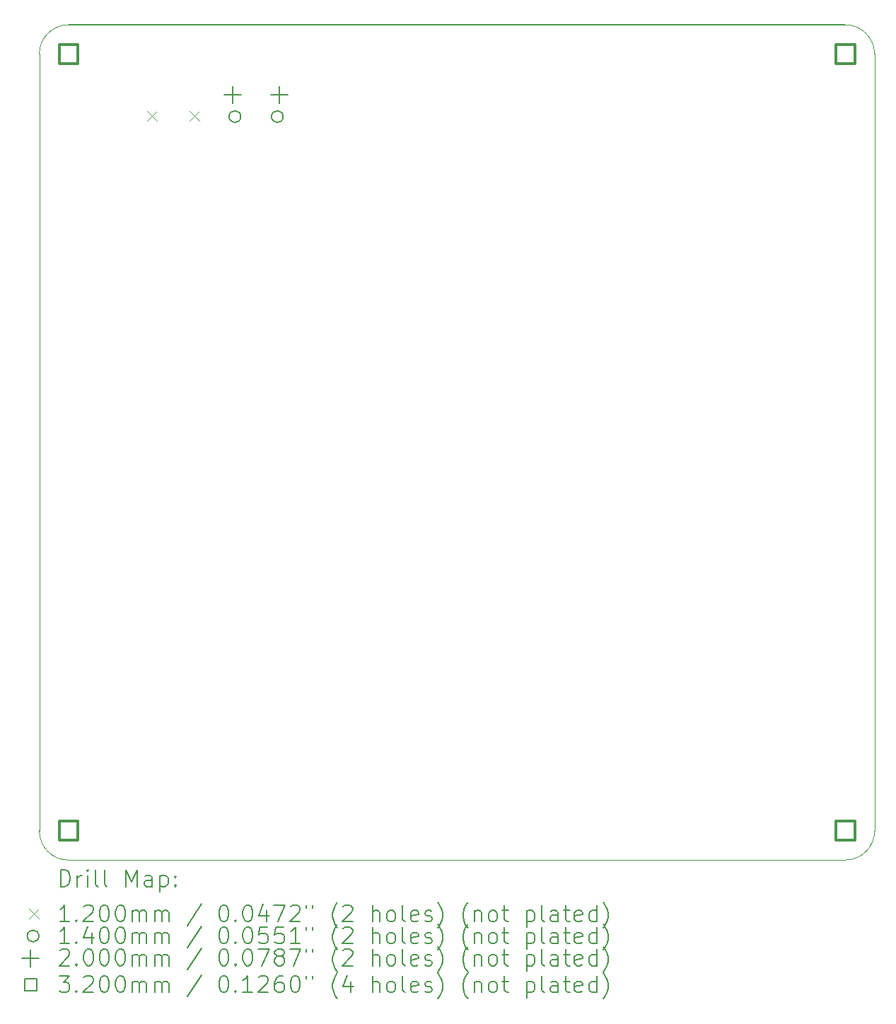
<source format=gbr>
%TF.GenerationSoftware,KiCad,Pcbnew,8.0.6*%
%TF.CreationDate,2024-12-08T12:16:14-08:00*%
%TF.ProjectId,dsp3,64737033-2e6b-4696-9361-645f70636258,rev?*%
%TF.SameCoordinates,Original*%
%TF.FileFunction,Drillmap*%
%TF.FilePolarity,Positive*%
%FSLAX45Y45*%
G04 Gerber Fmt 4.5, Leading zero omitted, Abs format (unit mm)*
G04 Created by KiCad (PCBNEW 8.0.6) date 2024-12-08 12:16:14*
%MOMM*%
%LPD*%
G01*
G04 APERTURE LIST*
%ADD10C,0.200000*%
%ADD11C,0.100000*%
%ADD12C,0.120000*%
%ADD13C,0.140000*%
%ADD14C,0.320000*%
G04 APERTURE END LIST*
D10*
X11600000Y-4750000D02*
X2300000Y-4750000D01*
D11*
X11600000Y-4750000D02*
G75*
G02*
X11950000Y-5100000I0J-350000D01*
G01*
X11950000Y-5100000D02*
X11950000Y-14400000D01*
X11600000Y-14750000D02*
X2300000Y-14750000D01*
X1950000Y-5100000D02*
G75*
G02*
X2300000Y-4750000I350000J0D01*
G01*
X1950000Y-14400000D02*
X1950000Y-5100000D01*
X2300000Y-14750000D02*
G75*
G02*
X1950000Y-14400000I0J350000D01*
G01*
X11950000Y-14400000D02*
G75*
G02*
X11600000Y-14750000I-350000J0D01*
G01*
D10*
D12*
X3242000Y-5782000D02*
X3362000Y-5902000D01*
X3362000Y-5782000D02*
X3242000Y-5902000D01*
X3750000Y-5782000D02*
X3870000Y-5902000D01*
X3870000Y-5782000D02*
X3750000Y-5902000D01*
D13*
X4362000Y-5849000D02*
G75*
G02*
X4222000Y-5849000I-70000J0D01*
G01*
X4222000Y-5849000D02*
G75*
G02*
X4362000Y-5849000I70000J0D01*
G01*
X4870000Y-5849000D02*
G75*
G02*
X4730000Y-5849000I-70000J0D01*
G01*
X4730000Y-5849000D02*
G75*
G02*
X4870000Y-5849000I70000J0D01*
G01*
D10*
X4266000Y-5488000D02*
X4266000Y-5688000D01*
X4166000Y-5588000D02*
X4366000Y-5588000D01*
X4826000Y-5488000D02*
X4826000Y-5688000D01*
X4726000Y-5588000D02*
X4926000Y-5588000D01*
D14*
X2413138Y-5213138D02*
X2413138Y-4986862D01*
X2186862Y-4986862D01*
X2186862Y-5213138D01*
X2413138Y-5213138D01*
X2413138Y-14513138D02*
X2413138Y-14286862D01*
X2186862Y-14286862D01*
X2186862Y-14513138D01*
X2413138Y-14513138D01*
X11713138Y-5213138D02*
X11713138Y-4986862D01*
X11486862Y-4986862D01*
X11486862Y-5213138D01*
X11713138Y-5213138D01*
X11713138Y-14513138D02*
X11713138Y-14286862D01*
X11486862Y-14286862D01*
X11486862Y-14513138D01*
X11713138Y-14513138D01*
D10*
X2205777Y-15066484D02*
X2205777Y-14866484D01*
X2205777Y-14866484D02*
X2253396Y-14866484D01*
X2253396Y-14866484D02*
X2281967Y-14876008D01*
X2281967Y-14876008D02*
X2301015Y-14895055D01*
X2301015Y-14895055D02*
X2310539Y-14914103D01*
X2310539Y-14914103D02*
X2320063Y-14952198D01*
X2320063Y-14952198D02*
X2320063Y-14980769D01*
X2320063Y-14980769D02*
X2310539Y-15018865D01*
X2310539Y-15018865D02*
X2301015Y-15037912D01*
X2301015Y-15037912D02*
X2281967Y-15056960D01*
X2281967Y-15056960D02*
X2253396Y-15066484D01*
X2253396Y-15066484D02*
X2205777Y-15066484D01*
X2405777Y-15066484D02*
X2405777Y-14933150D01*
X2405777Y-14971246D02*
X2415301Y-14952198D01*
X2415301Y-14952198D02*
X2424824Y-14942674D01*
X2424824Y-14942674D02*
X2443872Y-14933150D01*
X2443872Y-14933150D02*
X2462920Y-14933150D01*
X2529586Y-15066484D02*
X2529586Y-14933150D01*
X2529586Y-14866484D02*
X2520063Y-14876008D01*
X2520063Y-14876008D02*
X2529586Y-14885531D01*
X2529586Y-14885531D02*
X2539110Y-14876008D01*
X2539110Y-14876008D02*
X2529586Y-14866484D01*
X2529586Y-14866484D02*
X2529586Y-14885531D01*
X2653396Y-15066484D02*
X2634348Y-15056960D01*
X2634348Y-15056960D02*
X2624824Y-15037912D01*
X2624824Y-15037912D02*
X2624824Y-14866484D01*
X2758158Y-15066484D02*
X2739110Y-15056960D01*
X2739110Y-15056960D02*
X2729586Y-15037912D01*
X2729586Y-15037912D02*
X2729586Y-14866484D01*
X2986729Y-15066484D02*
X2986729Y-14866484D01*
X2986729Y-14866484D02*
X3053396Y-15009341D01*
X3053396Y-15009341D02*
X3120062Y-14866484D01*
X3120062Y-14866484D02*
X3120062Y-15066484D01*
X3301015Y-15066484D02*
X3301015Y-14961722D01*
X3301015Y-14961722D02*
X3291491Y-14942674D01*
X3291491Y-14942674D02*
X3272443Y-14933150D01*
X3272443Y-14933150D02*
X3234348Y-14933150D01*
X3234348Y-14933150D02*
X3215301Y-14942674D01*
X3301015Y-15056960D02*
X3281967Y-15066484D01*
X3281967Y-15066484D02*
X3234348Y-15066484D01*
X3234348Y-15066484D02*
X3215301Y-15056960D01*
X3215301Y-15056960D02*
X3205777Y-15037912D01*
X3205777Y-15037912D02*
X3205777Y-15018865D01*
X3205777Y-15018865D02*
X3215301Y-14999817D01*
X3215301Y-14999817D02*
X3234348Y-14990293D01*
X3234348Y-14990293D02*
X3281967Y-14990293D01*
X3281967Y-14990293D02*
X3301015Y-14980769D01*
X3396253Y-14933150D02*
X3396253Y-15133150D01*
X3396253Y-14942674D02*
X3415301Y-14933150D01*
X3415301Y-14933150D02*
X3453396Y-14933150D01*
X3453396Y-14933150D02*
X3472443Y-14942674D01*
X3472443Y-14942674D02*
X3481967Y-14952198D01*
X3481967Y-14952198D02*
X3491491Y-14971246D01*
X3491491Y-14971246D02*
X3491491Y-15028388D01*
X3491491Y-15028388D02*
X3481967Y-15047436D01*
X3481967Y-15047436D02*
X3472443Y-15056960D01*
X3472443Y-15056960D02*
X3453396Y-15066484D01*
X3453396Y-15066484D02*
X3415301Y-15066484D01*
X3415301Y-15066484D02*
X3396253Y-15056960D01*
X3577205Y-15047436D02*
X3586729Y-15056960D01*
X3586729Y-15056960D02*
X3577205Y-15066484D01*
X3577205Y-15066484D02*
X3567682Y-15056960D01*
X3567682Y-15056960D02*
X3577205Y-15047436D01*
X3577205Y-15047436D02*
X3577205Y-15066484D01*
X3577205Y-14942674D02*
X3586729Y-14952198D01*
X3586729Y-14952198D02*
X3577205Y-14961722D01*
X3577205Y-14961722D02*
X3567682Y-14952198D01*
X3567682Y-14952198D02*
X3577205Y-14942674D01*
X3577205Y-14942674D02*
X3577205Y-14961722D01*
D12*
X1825000Y-15335000D02*
X1945000Y-15455000D01*
X1945000Y-15335000D02*
X1825000Y-15455000D01*
D10*
X2310539Y-15486484D02*
X2196253Y-15486484D01*
X2253396Y-15486484D02*
X2253396Y-15286484D01*
X2253396Y-15286484D02*
X2234348Y-15315055D01*
X2234348Y-15315055D02*
X2215301Y-15334103D01*
X2215301Y-15334103D02*
X2196253Y-15343627D01*
X2396253Y-15467436D02*
X2405777Y-15476960D01*
X2405777Y-15476960D02*
X2396253Y-15486484D01*
X2396253Y-15486484D02*
X2386729Y-15476960D01*
X2386729Y-15476960D02*
X2396253Y-15467436D01*
X2396253Y-15467436D02*
X2396253Y-15486484D01*
X2481967Y-15305531D02*
X2491491Y-15296008D01*
X2491491Y-15296008D02*
X2510539Y-15286484D01*
X2510539Y-15286484D02*
X2558158Y-15286484D01*
X2558158Y-15286484D02*
X2577205Y-15296008D01*
X2577205Y-15296008D02*
X2586729Y-15305531D01*
X2586729Y-15305531D02*
X2596253Y-15324579D01*
X2596253Y-15324579D02*
X2596253Y-15343627D01*
X2596253Y-15343627D02*
X2586729Y-15372198D01*
X2586729Y-15372198D02*
X2472444Y-15486484D01*
X2472444Y-15486484D02*
X2596253Y-15486484D01*
X2720063Y-15286484D02*
X2739110Y-15286484D01*
X2739110Y-15286484D02*
X2758158Y-15296008D01*
X2758158Y-15296008D02*
X2767682Y-15305531D01*
X2767682Y-15305531D02*
X2777205Y-15324579D01*
X2777205Y-15324579D02*
X2786729Y-15362674D01*
X2786729Y-15362674D02*
X2786729Y-15410293D01*
X2786729Y-15410293D02*
X2777205Y-15448388D01*
X2777205Y-15448388D02*
X2767682Y-15467436D01*
X2767682Y-15467436D02*
X2758158Y-15476960D01*
X2758158Y-15476960D02*
X2739110Y-15486484D01*
X2739110Y-15486484D02*
X2720063Y-15486484D01*
X2720063Y-15486484D02*
X2701015Y-15476960D01*
X2701015Y-15476960D02*
X2691491Y-15467436D01*
X2691491Y-15467436D02*
X2681967Y-15448388D01*
X2681967Y-15448388D02*
X2672444Y-15410293D01*
X2672444Y-15410293D02*
X2672444Y-15362674D01*
X2672444Y-15362674D02*
X2681967Y-15324579D01*
X2681967Y-15324579D02*
X2691491Y-15305531D01*
X2691491Y-15305531D02*
X2701015Y-15296008D01*
X2701015Y-15296008D02*
X2720063Y-15286484D01*
X2910539Y-15286484D02*
X2929586Y-15286484D01*
X2929586Y-15286484D02*
X2948634Y-15296008D01*
X2948634Y-15296008D02*
X2958158Y-15305531D01*
X2958158Y-15305531D02*
X2967682Y-15324579D01*
X2967682Y-15324579D02*
X2977205Y-15362674D01*
X2977205Y-15362674D02*
X2977205Y-15410293D01*
X2977205Y-15410293D02*
X2967682Y-15448388D01*
X2967682Y-15448388D02*
X2958158Y-15467436D01*
X2958158Y-15467436D02*
X2948634Y-15476960D01*
X2948634Y-15476960D02*
X2929586Y-15486484D01*
X2929586Y-15486484D02*
X2910539Y-15486484D01*
X2910539Y-15486484D02*
X2891491Y-15476960D01*
X2891491Y-15476960D02*
X2881967Y-15467436D01*
X2881967Y-15467436D02*
X2872443Y-15448388D01*
X2872443Y-15448388D02*
X2862920Y-15410293D01*
X2862920Y-15410293D02*
X2862920Y-15362674D01*
X2862920Y-15362674D02*
X2872443Y-15324579D01*
X2872443Y-15324579D02*
X2881967Y-15305531D01*
X2881967Y-15305531D02*
X2891491Y-15296008D01*
X2891491Y-15296008D02*
X2910539Y-15286484D01*
X3062920Y-15486484D02*
X3062920Y-15353150D01*
X3062920Y-15372198D02*
X3072443Y-15362674D01*
X3072443Y-15362674D02*
X3091491Y-15353150D01*
X3091491Y-15353150D02*
X3120063Y-15353150D01*
X3120063Y-15353150D02*
X3139110Y-15362674D01*
X3139110Y-15362674D02*
X3148634Y-15381722D01*
X3148634Y-15381722D02*
X3148634Y-15486484D01*
X3148634Y-15381722D02*
X3158158Y-15362674D01*
X3158158Y-15362674D02*
X3177205Y-15353150D01*
X3177205Y-15353150D02*
X3205777Y-15353150D01*
X3205777Y-15353150D02*
X3224824Y-15362674D01*
X3224824Y-15362674D02*
X3234348Y-15381722D01*
X3234348Y-15381722D02*
X3234348Y-15486484D01*
X3329586Y-15486484D02*
X3329586Y-15353150D01*
X3329586Y-15372198D02*
X3339110Y-15362674D01*
X3339110Y-15362674D02*
X3358158Y-15353150D01*
X3358158Y-15353150D02*
X3386729Y-15353150D01*
X3386729Y-15353150D02*
X3405777Y-15362674D01*
X3405777Y-15362674D02*
X3415301Y-15381722D01*
X3415301Y-15381722D02*
X3415301Y-15486484D01*
X3415301Y-15381722D02*
X3424824Y-15362674D01*
X3424824Y-15362674D02*
X3443872Y-15353150D01*
X3443872Y-15353150D02*
X3472443Y-15353150D01*
X3472443Y-15353150D02*
X3491491Y-15362674D01*
X3491491Y-15362674D02*
X3501015Y-15381722D01*
X3501015Y-15381722D02*
X3501015Y-15486484D01*
X3891491Y-15276960D02*
X3720063Y-15534103D01*
X4148634Y-15286484D02*
X4167682Y-15286484D01*
X4167682Y-15286484D02*
X4186729Y-15296008D01*
X4186729Y-15296008D02*
X4196253Y-15305531D01*
X4196253Y-15305531D02*
X4205777Y-15324579D01*
X4205777Y-15324579D02*
X4215301Y-15362674D01*
X4215301Y-15362674D02*
X4215301Y-15410293D01*
X4215301Y-15410293D02*
X4205777Y-15448388D01*
X4205777Y-15448388D02*
X4196253Y-15467436D01*
X4196253Y-15467436D02*
X4186729Y-15476960D01*
X4186729Y-15476960D02*
X4167682Y-15486484D01*
X4167682Y-15486484D02*
X4148634Y-15486484D01*
X4148634Y-15486484D02*
X4129586Y-15476960D01*
X4129586Y-15476960D02*
X4120063Y-15467436D01*
X4120063Y-15467436D02*
X4110539Y-15448388D01*
X4110539Y-15448388D02*
X4101015Y-15410293D01*
X4101015Y-15410293D02*
X4101015Y-15362674D01*
X4101015Y-15362674D02*
X4110539Y-15324579D01*
X4110539Y-15324579D02*
X4120063Y-15305531D01*
X4120063Y-15305531D02*
X4129586Y-15296008D01*
X4129586Y-15296008D02*
X4148634Y-15286484D01*
X4301015Y-15467436D02*
X4310539Y-15476960D01*
X4310539Y-15476960D02*
X4301015Y-15486484D01*
X4301015Y-15486484D02*
X4291491Y-15476960D01*
X4291491Y-15476960D02*
X4301015Y-15467436D01*
X4301015Y-15467436D02*
X4301015Y-15486484D01*
X4434348Y-15286484D02*
X4453396Y-15286484D01*
X4453396Y-15286484D02*
X4472444Y-15296008D01*
X4472444Y-15296008D02*
X4481968Y-15305531D01*
X4481968Y-15305531D02*
X4491491Y-15324579D01*
X4491491Y-15324579D02*
X4501015Y-15362674D01*
X4501015Y-15362674D02*
X4501015Y-15410293D01*
X4501015Y-15410293D02*
X4491491Y-15448388D01*
X4491491Y-15448388D02*
X4481968Y-15467436D01*
X4481968Y-15467436D02*
X4472444Y-15476960D01*
X4472444Y-15476960D02*
X4453396Y-15486484D01*
X4453396Y-15486484D02*
X4434348Y-15486484D01*
X4434348Y-15486484D02*
X4415301Y-15476960D01*
X4415301Y-15476960D02*
X4405777Y-15467436D01*
X4405777Y-15467436D02*
X4396253Y-15448388D01*
X4396253Y-15448388D02*
X4386729Y-15410293D01*
X4386729Y-15410293D02*
X4386729Y-15362674D01*
X4386729Y-15362674D02*
X4396253Y-15324579D01*
X4396253Y-15324579D02*
X4405777Y-15305531D01*
X4405777Y-15305531D02*
X4415301Y-15296008D01*
X4415301Y-15296008D02*
X4434348Y-15286484D01*
X4672444Y-15353150D02*
X4672444Y-15486484D01*
X4624825Y-15276960D02*
X4577206Y-15419817D01*
X4577206Y-15419817D02*
X4701015Y-15419817D01*
X4758158Y-15286484D02*
X4891491Y-15286484D01*
X4891491Y-15286484D02*
X4805777Y-15486484D01*
X4958158Y-15305531D02*
X4967682Y-15296008D01*
X4967682Y-15296008D02*
X4986729Y-15286484D01*
X4986729Y-15286484D02*
X5034349Y-15286484D01*
X5034349Y-15286484D02*
X5053396Y-15296008D01*
X5053396Y-15296008D02*
X5062920Y-15305531D01*
X5062920Y-15305531D02*
X5072444Y-15324579D01*
X5072444Y-15324579D02*
X5072444Y-15343627D01*
X5072444Y-15343627D02*
X5062920Y-15372198D01*
X5062920Y-15372198D02*
X4948634Y-15486484D01*
X4948634Y-15486484D02*
X5072444Y-15486484D01*
X5148634Y-15286484D02*
X5148634Y-15324579D01*
X5224825Y-15286484D02*
X5224825Y-15324579D01*
X5520063Y-15562674D02*
X5510539Y-15553150D01*
X5510539Y-15553150D02*
X5491491Y-15524579D01*
X5491491Y-15524579D02*
X5481968Y-15505531D01*
X5481968Y-15505531D02*
X5472444Y-15476960D01*
X5472444Y-15476960D02*
X5462920Y-15429341D01*
X5462920Y-15429341D02*
X5462920Y-15391246D01*
X5462920Y-15391246D02*
X5472444Y-15343627D01*
X5472444Y-15343627D02*
X5481968Y-15315055D01*
X5481968Y-15315055D02*
X5491491Y-15296008D01*
X5491491Y-15296008D02*
X5510539Y-15267436D01*
X5510539Y-15267436D02*
X5520063Y-15257912D01*
X5586730Y-15305531D02*
X5596253Y-15296008D01*
X5596253Y-15296008D02*
X5615301Y-15286484D01*
X5615301Y-15286484D02*
X5662920Y-15286484D01*
X5662920Y-15286484D02*
X5681968Y-15296008D01*
X5681968Y-15296008D02*
X5691491Y-15305531D01*
X5691491Y-15305531D02*
X5701015Y-15324579D01*
X5701015Y-15324579D02*
X5701015Y-15343627D01*
X5701015Y-15343627D02*
X5691491Y-15372198D01*
X5691491Y-15372198D02*
X5577206Y-15486484D01*
X5577206Y-15486484D02*
X5701015Y-15486484D01*
X5939110Y-15486484D02*
X5939110Y-15286484D01*
X6024825Y-15486484D02*
X6024825Y-15381722D01*
X6024825Y-15381722D02*
X6015301Y-15362674D01*
X6015301Y-15362674D02*
X5996253Y-15353150D01*
X5996253Y-15353150D02*
X5967682Y-15353150D01*
X5967682Y-15353150D02*
X5948634Y-15362674D01*
X5948634Y-15362674D02*
X5939110Y-15372198D01*
X6148634Y-15486484D02*
X6129587Y-15476960D01*
X6129587Y-15476960D02*
X6120063Y-15467436D01*
X6120063Y-15467436D02*
X6110539Y-15448388D01*
X6110539Y-15448388D02*
X6110539Y-15391246D01*
X6110539Y-15391246D02*
X6120063Y-15372198D01*
X6120063Y-15372198D02*
X6129587Y-15362674D01*
X6129587Y-15362674D02*
X6148634Y-15353150D01*
X6148634Y-15353150D02*
X6177206Y-15353150D01*
X6177206Y-15353150D02*
X6196253Y-15362674D01*
X6196253Y-15362674D02*
X6205777Y-15372198D01*
X6205777Y-15372198D02*
X6215301Y-15391246D01*
X6215301Y-15391246D02*
X6215301Y-15448388D01*
X6215301Y-15448388D02*
X6205777Y-15467436D01*
X6205777Y-15467436D02*
X6196253Y-15476960D01*
X6196253Y-15476960D02*
X6177206Y-15486484D01*
X6177206Y-15486484D02*
X6148634Y-15486484D01*
X6329587Y-15486484D02*
X6310539Y-15476960D01*
X6310539Y-15476960D02*
X6301015Y-15457912D01*
X6301015Y-15457912D02*
X6301015Y-15286484D01*
X6481968Y-15476960D02*
X6462920Y-15486484D01*
X6462920Y-15486484D02*
X6424825Y-15486484D01*
X6424825Y-15486484D02*
X6405777Y-15476960D01*
X6405777Y-15476960D02*
X6396253Y-15457912D01*
X6396253Y-15457912D02*
X6396253Y-15381722D01*
X6396253Y-15381722D02*
X6405777Y-15362674D01*
X6405777Y-15362674D02*
X6424825Y-15353150D01*
X6424825Y-15353150D02*
X6462920Y-15353150D01*
X6462920Y-15353150D02*
X6481968Y-15362674D01*
X6481968Y-15362674D02*
X6491491Y-15381722D01*
X6491491Y-15381722D02*
X6491491Y-15400769D01*
X6491491Y-15400769D02*
X6396253Y-15419817D01*
X6567682Y-15476960D02*
X6586730Y-15486484D01*
X6586730Y-15486484D02*
X6624825Y-15486484D01*
X6624825Y-15486484D02*
X6643872Y-15476960D01*
X6643872Y-15476960D02*
X6653396Y-15457912D01*
X6653396Y-15457912D02*
X6653396Y-15448388D01*
X6653396Y-15448388D02*
X6643872Y-15429341D01*
X6643872Y-15429341D02*
X6624825Y-15419817D01*
X6624825Y-15419817D02*
X6596253Y-15419817D01*
X6596253Y-15419817D02*
X6577206Y-15410293D01*
X6577206Y-15410293D02*
X6567682Y-15391246D01*
X6567682Y-15391246D02*
X6567682Y-15381722D01*
X6567682Y-15381722D02*
X6577206Y-15362674D01*
X6577206Y-15362674D02*
X6596253Y-15353150D01*
X6596253Y-15353150D02*
X6624825Y-15353150D01*
X6624825Y-15353150D02*
X6643872Y-15362674D01*
X6720063Y-15562674D02*
X6729587Y-15553150D01*
X6729587Y-15553150D02*
X6748634Y-15524579D01*
X6748634Y-15524579D02*
X6758158Y-15505531D01*
X6758158Y-15505531D02*
X6767682Y-15476960D01*
X6767682Y-15476960D02*
X6777206Y-15429341D01*
X6777206Y-15429341D02*
X6777206Y-15391246D01*
X6777206Y-15391246D02*
X6767682Y-15343627D01*
X6767682Y-15343627D02*
X6758158Y-15315055D01*
X6758158Y-15315055D02*
X6748634Y-15296008D01*
X6748634Y-15296008D02*
X6729587Y-15267436D01*
X6729587Y-15267436D02*
X6720063Y-15257912D01*
X7081968Y-15562674D02*
X7072444Y-15553150D01*
X7072444Y-15553150D02*
X7053396Y-15524579D01*
X7053396Y-15524579D02*
X7043872Y-15505531D01*
X7043872Y-15505531D02*
X7034349Y-15476960D01*
X7034349Y-15476960D02*
X7024825Y-15429341D01*
X7024825Y-15429341D02*
X7024825Y-15391246D01*
X7024825Y-15391246D02*
X7034349Y-15343627D01*
X7034349Y-15343627D02*
X7043872Y-15315055D01*
X7043872Y-15315055D02*
X7053396Y-15296008D01*
X7053396Y-15296008D02*
X7072444Y-15267436D01*
X7072444Y-15267436D02*
X7081968Y-15257912D01*
X7158158Y-15353150D02*
X7158158Y-15486484D01*
X7158158Y-15372198D02*
X7167682Y-15362674D01*
X7167682Y-15362674D02*
X7186730Y-15353150D01*
X7186730Y-15353150D02*
X7215301Y-15353150D01*
X7215301Y-15353150D02*
X7234349Y-15362674D01*
X7234349Y-15362674D02*
X7243872Y-15381722D01*
X7243872Y-15381722D02*
X7243872Y-15486484D01*
X7367682Y-15486484D02*
X7348634Y-15476960D01*
X7348634Y-15476960D02*
X7339111Y-15467436D01*
X7339111Y-15467436D02*
X7329587Y-15448388D01*
X7329587Y-15448388D02*
X7329587Y-15391246D01*
X7329587Y-15391246D02*
X7339111Y-15372198D01*
X7339111Y-15372198D02*
X7348634Y-15362674D01*
X7348634Y-15362674D02*
X7367682Y-15353150D01*
X7367682Y-15353150D02*
X7396253Y-15353150D01*
X7396253Y-15353150D02*
X7415301Y-15362674D01*
X7415301Y-15362674D02*
X7424825Y-15372198D01*
X7424825Y-15372198D02*
X7434349Y-15391246D01*
X7434349Y-15391246D02*
X7434349Y-15448388D01*
X7434349Y-15448388D02*
X7424825Y-15467436D01*
X7424825Y-15467436D02*
X7415301Y-15476960D01*
X7415301Y-15476960D02*
X7396253Y-15486484D01*
X7396253Y-15486484D02*
X7367682Y-15486484D01*
X7491492Y-15353150D02*
X7567682Y-15353150D01*
X7520063Y-15286484D02*
X7520063Y-15457912D01*
X7520063Y-15457912D02*
X7529587Y-15476960D01*
X7529587Y-15476960D02*
X7548634Y-15486484D01*
X7548634Y-15486484D02*
X7567682Y-15486484D01*
X7786730Y-15353150D02*
X7786730Y-15553150D01*
X7786730Y-15362674D02*
X7805777Y-15353150D01*
X7805777Y-15353150D02*
X7843873Y-15353150D01*
X7843873Y-15353150D02*
X7862920Y-15362674D01*
X7862920Y-15362674D02*
X7872444Y-15372198D01*
X7872444Y-15372198D02*
X7881968Y-15391246D01*
X7881968Y-15391246D02*
X7881968Y-15448388D01*
X7881968Y-15448388D02*
X7872444Y-15467436D01*
X7872444Y-15467436D02*
X7862920Y-15476960D01*
X7862920Y-15476960D02*
X7843873Y-15486484D01*
X7843873Y-15486484D02*
X7805777Y-15486484D01*
X7805777Y-15486484D02*
X7786730Y-15476960D01*
X7996253Y-15486484D02*
X7977206Y-15476960D01*
X7977206Y-15476960D02*
X7967682Y-15457912D01*
X7967682Y-15457912D02*
X7967682Y-15286484D01*
X8158158Y-15486484D02*
X8158158Y-15381722D01*
X8158158Y-15381722D02*
X8148634Y-15362674D01*
X8148634Y-15362674D02*
X8129587Y-15353150D01*
X8129587Y-15353150D02*
X8091492Y-15353150D01*
X8091492Y-15353150D02*
X8072444Y-15362674D01*
X8158158Y-15476960D02*
X8139111Y-15486484D01*
X8139111Y-15486484D02*
X8091492Y-15486484D01*
X8091492Y-15486484D02*
X8072444Y-15476960D01*
X8072444Y-15476960D02*
X8062920Y-15457912D01*
X8062920Y-15457912D02*
X8062920Y-15438865D01*
X8062920Y-15438865D02*
X8072444Y-15419817D01*
X8072444Y-15419817D02*
X8091492Y-15410293D01*
X8091492Y-15410293D02*
X8139111Y-15410293D01*
X8139111Y-15410293D02*
X8158158Y-15400769D01*
X8224825Y-15353150D02*
X8301015Y-15353150D01*
X8253396Y-15286484D02*
X8253396Y-15457912D01*
X8253396Y-15457912D02*
X8262920Y-15476960D01*
X8262920Y-15476960D02*
X8281968Y-15486484D01*
X8281968Y-15486484D02*
X8301015Y-15486484D01*
X8443873Y-15476960D02*
X8424825Y-15486484D01*
X8424825Y-15486484D02*
X8386730Y-15486484D01*
X8386730Y-15486484D02*
X8367682Y-15476960D01*
X8367682Y-15476960D02*
X8358158Y-15457912D01*
X8358158Y-15457912D02*
X8358158Y-15381722D01*
X8358158Y-15381722D02*
X8367682Y-15362674D01*
X8367682Y-15362674D02*
X8386730Y-15353150D01*
X8386730Y-15353150D02*
X8424825Y-15353150D01*
X8424825Y-15353150D02*
X8443873Y-15362674D01*
X8443873Y-15362674D02*
X8453396Y-15381722D01*
X8453396Y-15381722D02*
X8453396Y-15400769D01*
X8453396Y-15400769D02*
X8358158Y-15419817D01*
X8624825Y-15486484D02*
X8624825Y-15286484D01*
X8624825Y-15476960D02*
X8605777Y-15486484D01*
X8605777Y-15486484D02*
X8567682Y-15486484D01*
X8567682Y-15486484D02*
X8548635Y-15476960D01*
X8548635Y-15476960D02*
X8539111Y-15467436D01*
X8539111Y-15467436D02*
X8529587Y-15448388D01*
X8529587Y-15448388D02*
X8529587Y-15391246D01*
X8529587Y-15391246D02*
X8539111Y-15372198D01*
X8539111Y-15372198D02*
X8548635Y-15362674D01*
X8548635Y-15362674D02*
X8567682Y-15353150D01*
X8567682Y-15353150D02*
X8605777Y-15353150D01*
X8605777Y-15353150D02*
X8624825Y-15362674D01*
X8701016Y-15562674D02*
X8710539Y-15553150D01*
X8710539Y-15553150D02*
X8729587Y-15524579D01*
X8729587Y-15524579D02*
X8739111Y-15505531D01*
X8739111Y-15505531D02*
X8748635Y-15476960D01*
X8748635Y-15476960D02*
X8758158Y-15429341D01*
X8758158Y-15429341D02*
X8758158Y-15391246D01*
X8758158Y-15391246D02*
X8748635Y-15343627D01*
X8748635Y-15343627D02*
X8739111Y-15315055D01*
X8739111Y-15315055D02*
X8729587Y-15296008D01*
X8729587Y-15296008D02*
X8710539Y-15267436D01*
X8710539Y-15267436D02*
X8701016Y-15257912D01*
D13*
X1945000Y-15659000D02*
G75*
G02*
X1805000Y-15659000I-70000J0D01*
G01*
X1805000Y-15659000D02*
G75*
G02*
X1945000Y-15659000I70000J0D01*
G01*
D10*
X2310539Y-15750484D02*
X2196253Y-15750484D01*
X2253396Y-15750484D02*
X2253396Y-15550484D01*
X2253396Y-15550484D02*
X2234348Y-15579055D01*
X2234348Y-15579055D02*
X2215301Y-15598103D01*
X2215301Y-15598103D02*
X2196253Y-15607627D01*
X2396253Y-15731436D02*
X2405777Y-15740960D01*
X2405777Y-15740960D02*
X2396253Y-15750484D01*
X2396253Y-15750484D02*
X2386729Y-15740960D01*
X2386729Y-15740960D02*
X2396253Y-15731436D01*
X2396253Y-15731436D02*
X2396253Y-15750484D01*
X2577205Y-15617150D02*
X2577205Y-15750484D01*
X2529586Y-15540960D02*
X2481967Y-15683817D01*
X2481967Y-15683817D02*
X2605777Y-15683817D01*
X2720063Y-15550484D02*
X2739110Y-15550484D01*
X2739110Y-15550484D02*
X2758158Y-15560008D01*
X2758158Y-15560008D02*
X2767682Y-15569531D01*
X2767682Y-15569531D02*
X2777205Y-15588579D01*
X2777205Y-15588579D02*
X2786729Y-15626674D01*
X2786729Y-15626674D02*
X2786729Y-15674293D01*
X2786729Y-15674293D02*
X2777205Y-15712388D01*
X2777205Y-15712388D02*
X2767682Y-15731436D01*
X2767682Y-15731436D02*
X2758158Y-15740960D01*
X2758158Y-15740960D02*
X2739110Y-15750484D01*
X2739110Y-15750484D02*
X2720063Y-15750484D01*
X2720063Y-15750484D02*
X2701015Y-15740960D01*
X2701015Y-15740960D02*
X2691491Y-15731436D01*
X2691491Y-15731436D02*
X2681967Y-15712388D01*
X2681967Y-15712388D02*
X2672444Y-15674293D01*
X2672444Y-15674293D02*
X2672444Y-15626674D01*
X2672444Y-15626674D02*
X2681967Y-15588579D01*
X2681967Y-15588579D02*
X2691491Y-15569531D01*
X2691491Y-15569531D02*
X2701015Y-15560008D01*
X2701015Y-15560008D02*
X2720063Y-15550484D01*
X2910539Y-15550484D02*
X2929586Y-15550484D01*
X2929586Y-15550484D02*
X2948634Y-15560008D01*
X2948634Y-15560008D02*
X2958158Y-15569531D01*
X2958158Y-15569531D02*
X2967682Y-15588579D01*
X2967682Y-15588579D02*
X2977205Y-15626674D01*
X2977205Y-15626674D02*
X2977205Y-15674293D01*
X2977205Y-15674293D02*
X2967682Y-15712388D01*
X2967682Y-15712388D02*
X2958158Y-15731436D01*
X2958158Y-15731436D02*
X2948634Y-15740960D01*
X2948634Y-15740960D02*
X2929586Y-15750484D01*
X2929586Y-15750484D02*
X2910539Y-15750484D01*
X2910539Y-15750484D02*
X2891491Y-15740960D01*
X2891491Y-15740960D02*
X2881967Y-15731436D01*
X2881967Y-15731436D02*
X2872443Y-15712388D01*
X2872443Y-15712388D02*
X2862920Y-15674293D01*
X2862920Y-15674293D02*
X2862920Y-15626674D01*
X2862920Y-15626674D02*
X2872443Y-15588579D01*
X2872443Y-15588579D02*
X2881967Y-15569531D01*
X2881967Y-15569531D02*
X2891491Y-15560008D01*
X2891491Y-15560008D02*
X2910539Y-15550484D01*
X3062920Y-15750484D02*
X3062920Y-15617150D01*
X3062920Y-15636198D02*
X3072443Y-15626674D01*
X3072443Y-15626674D02*
X3091491Y-15617150D01*
X3091491Y-15617150D02*
X3120063Y-15617150D01*
X3120063Y-15617150D02*
X3139110Y-15626674D01*
X3139110Y-15626674D02*
X3148634Y-15645722D01*
X3148634Y-15645722D02*
X3148634Y-15750484D01*
X3148634Y-15645722D02*
X3158158Y-15626674D01*
X3158158Y-15626674D02*
X3177205Y-15617150D01*
X3177205Y-15617150D02*
X3205777Y-15617150D01*
X3205777Y-15617150D02*
X3224824Y-15626674D01*
X3224824Y-15626674D02*
X3234348Y-15645722D01*
X3234348Y-15645722D02*
X3234348Y-15750484D01*
X3329586Y-15750484D02*
X3329586Y-15617150D01*
X3329586Y-15636198D02*
X3339110Y-15626674D01*
X3339110Y-15626674D02*
X3358158Y-15617150D01*
X3358158Y-15617150D02*
X3386729Y-15617150D01*
X3386729Y-15617150D02*
X3405777Y-15626674D01*
X3405777Y-15626674D02*
X3415301Y-15645722D01*
X3415301Y-15645722D02*
X3415301Y-15750484D01*
X3415301Y-15645722D02*
X3424824Y-15626674D01*
X3424824Y-15626674D02*
X3443872Y-15617150D01*
X3443872Y-15617150D02*
X3472443Y-15617150D01*
X3472443Y-15617150D02*
X3491491Y-15626674D01*
X3491491Y-15626674D02*
X3501015Y-15645722D01*
X3501015Y-15645722D02*
X3501015Y-15750484D01*
X3891491Y-15540960D02*
X3720063Y-15798103D01*
X4148634Y-15550484D02*
X4167682Y-15550484D01*
X4167682Y-15550484D02*
X4186729Y-15560008D01*
X4186729Y-15560008D02*
X4196253Y-15569531D01*
X4196253Y-15569531D02*
X4205777Y-15588579D01*
X4205777Y-15588579D02*
X4215301Y-15626674D01*
X4215301Y-15626674D02*
X4215301Y-15674293D01*
X4215301Y-15674293D02*
X4205777Y-15712388D01*
X4205777Y-15712388D02*
X4196253Y-15731436D01*
X4196253Y-15731436D02*
X4186729Y-15740960D01*
X4186729Y-15740960D02*
X4167682Y-15750484D01*
X4167682Y-15750484D02*
X4148634Y-15750484D01*
X4148634Y-15750484D02*
X4129586Y-15740960D01*
X4129586Y-15740960D02*
X4120063Y-15731436D01*
X4120063Y-15731436D02*
X4110539Y-15712388D01*
X4110539Y-15712388D02*
X4101015Y-15674293D01*
X4101015Y-15674293D02*
X4101015Y-15626674D01*
X4101015Y-15626674D02*
X4110539Y-15588579D01*
X4110539Y-15588579D02*
X4120063Y-15569531D01*
X4120063Y-15569531D02*
X4129586Y-15560008D01*
X4129586Y-15560008D02*
X4148634Y-15550484D01*
X4301015Y-15731436D02*
X4310539Y-15740960D01*
X4310539Y-15740960D02*
X4301015Y-15750484D01*
X4301015Y-15750484D02*
X4291491Y-15740960D01*
X4291491Y-15740960D02*
X4301015Y-15731436D01*
X4301015Y-15731436D02*
X4301015Y-15750484D01*
X4434348Y-15550484D02*
X4453396Y-15550484D01*
X4453396Y-15550484D02*
X4472444Y-15560008D01*
X4472444Y-15560008D02*
X4481968Y-15569531D01*
X4481968Y-15569531D02*
X4491491Y-15588579D01*
X4491491Y-15588579D02*
X4501015Y-15626674D01*
X4501015Y-15626674D02*
X4501015Y-15674293D01*
X4501015Y-15674293D02*
X4491491Y-15712388D01*
X4491491Y-15712388D02*
X4481968Y-15731436D01*
X4481968Y-15731436D02*
X4472444Y-15740960D01*
X4472444Y-15740960D02*
X4453396Y-15750484D01*
X4453396Y-15750484D02*
X4434348Y-15750484D01*
X4434348Y-15750484D02*
X4415301Y-15740960D01*
X4415301Y-15740960D02*
X4405777Y-15731436D01*
X4405777Y-15731436D02*
X4396253Y-15712388D01*
X4396253Y-15712388D02*
X4386729Y-15674293D01*
X4386729Y-15674293D02*
X4386729Y-15626674D01*
X4386729Y-15626674D02*
X4396253Y-15588579D01*
X4396253Y-15588579D02*
X4405777Y-15569531D01*
X4405777Y-15569531D02*
X4415301Y-15560008D01*
X4415301Y-15560008D02*
X4434348Y-15550484D01*
X4681968Y-15550484D02*
X4586729Y-15550484D01*
X4586729Y-15550484D02*
X4577206Y-15645722D01*
X4577206Y-15645722D02*
X4586729Y-15636198D01*
X4586729Y-15636198D02*
X4605777Y-15626674D01*
X4605777Y-15626674D02*
X4653396Y-15626674D01*
X4653396Y-15626674D02*
X4672444Y-15636198D01*
X4672444Y-15636198D02*
X4681968Y-15645722D01*
X4681968Y-15645722D02*
X4691491Y-15664769D01*
X4691491Y-15664769D02*
X4691491Y-15712388D01*
X4691491Y-15712388D02*
X4681968Y-15731436D01*
X4681968Y-15731436D02*
X4672444Y-15740960D01*
X4672444Y-15740960D02*
X4653396Y-15750484D01*
X4653396Y-15750484D02*
X4605777Y-15750484D01*
X4605777Y-15750484D02*
X4586729Y-15740960D01*
X4586729Y-15740960D02*
X4577206Y-15731436D01*
X4872444Y-15550484D02*
X4777206Y-15550484D01*
X4777206Y-15550484D02*
X4767682Y-15645722D01*
X4767682Y-15645722D02*
X4777206Y-15636198D01*
X4777206Y-15636198D02*
X4796253Y-15626674D01*
X4796253Y-15626674D02*
X4843872Y-15626674D01*
X4843872Y-15626674D02*
X4862920Y-15636198D01*
X4862920Y-15636198D02*
X4872444Y-15645722D01*
X4872444Y-15645722D02*
X4881968Y-15664769D01*
X4881968Y-15664769D02*
X4881968Y-15712388D01*
X4881968Y-15712388D02*
X4872444Y-15731436D01*
X4872444Y-15731436D02*
X4862920Y-15740960D01*
X4862920Y-15740960D02*
X4843872Y-15750484D01*
X4843872Y-15750484D02*
X4796253Y-15750484D01*
X4796253Y-15750484D02*
X4777206Y-15740960D01*
X4777206Y-15740960D02*
X4767682Y-15731436D01*
X5072444Y-15750484D02*
X4958158Y-15750484D01*
X5015301Y-15750484D02*
X5015301Y-15550484D01*
X5015301Y-15550484D02*
X4996253Y-15579055D01*
X4996253Y-15579055D02*
X4977206Y-15598103D01*
X4977206Y-15598103D02*
X4958158Y-15607627D01*
X5148634Y-15550484D02*
X5148634Y-15588579D01*
X5224825Y-15550484D02*
X5224825Y-15588579D01*
X5520063Y-15826674D02*
X5510539Y-15817150D01*
X5510539Y-15817150D02*
X5491491Y-15788579D01*
X5491491Y-15788579D02*
X5481968Y-15769531D01*
X5481968Y-15769531D02*
X5472444Y-15740960D01*
X5472444Y-15740960D02*
X5462920Y-15693341D01*
X5462920Y-15693341D02*
X5462920Y-15655246D01*
X5462920Y-15655246D02*
X5472444Y-15607627D01*
X5472444Y-15607627D02*
X5481968Y-15579055D01*
X5481968Y-15579055D02*
X5491491Y-15560008D01*
X5491491Y-15560008D02*
X5510539Y-15531436D01*
X5510539Y-15531436D02*
X5520063Y-15521912D01*
X5586730Y-15569531D02*
X5596253Y-15560008D01*
X5596253Y-15560008D02*
X5615301Y-15550484D01*
X5615301Y-15550484D02*
X5662920Y-15550484D01*
X5662920Y-15550484D02*
X5681968Y-15560008D01*
X5681968Y-15560008D02*
X5691491Y-15569531D01*
X5691491Y-15569531D02*
X5701015Y-15588579D01*
X5701015Y-15588579D02*
X5701015Y-15607627D01*
X5701015Y-15607627D02*
X5691491Y-15636198D01*
X5691491Y-15636198D02*
X5577206Y-15750484D01*
X5577206Y-15750484D02*
X5701015Y-15750484D01*
X5939110Y-15750484D02*
X5939110Y-15550484D01*
X6024825Y-15750484D02*
X6024825Y-15645722D01*
X6024825Y-15645722D02*
X6015301Y-15626674D01*
X6015301Y-15626674D02*
X5996253Y-15617150D01*
X5996253Y-15617150D02*
X5967682Y-15617150D01*
X5967682Y-15617150D02*
X5948634Y-15626674D01*
X5948634Y-15626674D02*
X5939110Y-15636198D01*
X6148634Y-15750484D02*
X6129587Y-15740960D01*
X6129587Y-15740960D02*
X6120063Y-15731436D01*
X6120063Y-15731436D02*
X6110539Y-15712388D01*
X6110539Y-15712388D02*
X6110539Y-15655246D01*
X6110539Y-15655246D02*
X6120063Y-15636198D01*
X6120063Y-15636198D02*
X6129587Y-15626674D01*
X6129587Y-15626674D02*
X6148634Y-15617150D01*
X6148634Y-15617150D02*
X6177206Y-15617150D01*
X6177206Y-15617150D02*
X6196253Y-15626674D01*
X6196253Y-15626674D02*
X6205777Y-15636198D01*
X6205777Y-15636198D02*
X6215301Y-15655246D01*
X6215301Y-15655246D02*
X6215301Y-15712388D01*
X6215301Y-15712388D02*
X6205777Y-15731436D01*
X6205777Y-15731436D02*
X6196253Y-15740960D01*
X6196253Y-15740960D02*
X6177206Y-15750484D01*
X6177206Y-15750484D02*
X6148634Y-15750484D01*
X6329587Y-15750484D02*
X6310539Y-15740960D01*
X6310539Y-15740960D02*
X6301015Y-15721912D01*
X6301015Y-15721912D02*
X6301015Y-15550484D01*
X6481968Y-15740960D02*
X6462920Y-15750484D01*
X6462920Y-15750484D02*
X6424825Y-15750484D01*
X6424825Y-15750484D02*
X6405777Y-15740960D01*
X6405777Y-15740960D02*
X6396253Y-15721912D01*
X6396253Y-15721912D02*
X6396253Y-15645722D01*
X6396253Y-15645722D02*
X6405777Y-15626674D01*
X6405777Y-15626674D02*
X6424825Y-15617150D01*
X6424825Y-15617150D02*
X6462920Y-15617150D01*
X6462920Y-15617150D02*
X6481968Y-15626674D01*
X6481968Y-15626674D02*
X6491491Y-15645722D01*
X6491491Y-15645722D02*
X6491491Y-15664769D01*
X6491491Y-15664769D02*
X6396253Y-15683817D01*
X6567682Y-15740960D02*
X6586730Y-15750484D01*
X6586730Y-15750484D02*
X6624825Y-15750484D01*
X6624825Y-15750484D02*
X6643872Y-15740960D01*
X6643872Y-15740960D02*
X6653396Y-15721912D01*
X6653396Y-15721912D02*
X6653396Y-15712388D01*
X6653396Y-15712388D02*
X6643872Y-15693341D01*
X6643872Y-15693341D02*
X6624825Y-15683817D01*
X6624825Y-15683817D02*
X6596253Y-15683817D01*
X6596253Y-15683817D02*
X6577206Y-15674293D01*
X6577206Y-15674293D02*
X6567682Y-15655246D01*
X6567682Y-15655246D02*
X6567682Y-15645722D01*
X6567682Y-15645722D02*
X6577206Y-15626674D01*
X6577206Y-15626674D02*
X6596253Y-15617150D01*
X6596253Y-15617150D02*
X6624825Y-15617150D01*
X6624825Y-15617150D02*
X6643872Y-15626674D01*
X6720063Y-15826674D02*
X6729587Y-15817150D01*
X6729587Y-15817150D02*
X6748634Y-15788579D01*
X6748634Y-15788579D02*
X6758158Y-15769531D01*
X6758158Y-15769531D02*
X6767682Y-15740960D01*
X6767682Y-15740960D02*
X6777206Y-15693341D01*
X6777206Y-15693341D02*
X6777206Y-15655246D01*
X6777206Y-15655246D02*
X6767682Y-15607627D01*
X6767682Y-15607627D02*
X6758158Y-15579055D01*
X6758158Y-15579055D02*
X6748634Y-15560008D01*
X6748634Y-15560008D02*
X6729587Y-15531436D01*
X6729587Y-15531436D02*
X6720063Y-15521912D01*
X7081968Y-15826674D02*
X7072444Y-15817150D01*
X7072444Y-15817150D02*
X7053396Y-15788579D01*
X7053396Y-15788579D02*
X7043872Y-15769531D01*
X7043872Y-15769531D02*
X7034349Y-15740960D01*
X7034349Y-15740960D02*
X7024825Y-15693341D01*
X7024825Y-15693341D02*
X7024825Y-15655246D01*
X7024825Y-15655246D02*
X7034349Y-15607627D01*
X7034349Y-15607627D02*
X7043872Y-15579055D01*
X7043872Y-15579055D02*
X7053396Y-15560008D01*
X7053396Y-15560008D02*
X7072444Y-15531436D01*
X7072444Y-15531436D02*
X7081968Y-15521912D01*
X7158158Y-15617150D02*
X7158158Y-15750484D01*
X7158158Y-15636198D02*
X7167682Y-15626674D01*
X7167682Y-15626674D02*
X7186730Y-15617150D01*
X7186730Y-15617150D02*
X7215301Y-15617150D01*
X7215301Y-15617150D02*
X7234349Y-15626674D01*
X7234349Y-15626674D02*
X7243872Y-15645722D01*
X7243872Y-15645722D02*
X7243872Y-15750484D01*
X7367682Y-15750484D02*
X7348634Y-15740960D01*
X7348634Y-15740960D02*
X7339111Y-15731436D01*
X7339111Y-15731436D02*
X7329587Y-15712388D01*
X7329587Y-15712388D02*
X7329587Y-15655246D01*
X7329587Y-15655246D02*
X7339111Y-15636198D01*
X7339111Y-15636198D02*
X7348634Y-15626674D01*
X7348634Y-15626674D02*
X7367682Y-15617150D01*
X7367682Y-15617150D02*
X7396253Y-15617150D01*
X7396253Y-15617150D02*
X7415301Y-15626674D01*
X7415301Y-15626674D02*
X7424825Y-15636198D01*
X7424825Y-15636198D02*
X7434349Y-15655246D01*
X7434349Y-15655246D02*
X7434349Y-15712388D01*
X7434349Y-15712388D02*
X7424825Y-15731436D01*
X7424825Y-15731436D02*
X7415301Y-15740960D01*
X7415301Y-15740960D02*
X7396253Y-15750484D01*
X7396253Y-15750484D02*
X7367682Y-15750484D01*
X7491492Y-15617150D02*
X7567682Y-15617150D01*
X7520063Y-15550484D02*
X7520063Y-15721912D01*
X7520063Y-15721912D02*
X7529587Y-15740960D01*
X7529587Y-15740960D02*
X7548634Y-15750484D01*
X7548634Y-15750484D02*
X7567682Y-15750484D01*
X7786730Y-15617150D02*
X7786730Y-15817150D01*
X7786730Y-15626674D02*
X7805777Y-15617150D01*
X7805777Y-15617150D02*
X7843873Y-15617150D01*
X7843873Y-15617150D02*
X7862920Y-15626674D01*
X7862920Y-15626674D02*
X7872444Y-15636198D01*
X7872444Y-15636198D02*
X7881968Y-15655246D01*
X7881968Y-15655246D02*
X7881968Y-15712388D01*
X7881968Y-15712388D02*
X7872444Y-15731436D01*
X7872444Y-15731436D02*
X7862920Y-15740960D01*
X7862920Y-15740960D02*
X7843873Y-15750484D01*
X7843873Y-15750484D02*
X7805777Y-15750484D01*
X7805777Y-15750484D02*
X7786730Y-15740960D01*
X7996253Y-15750484D02*
X7977206Y-15740960D01*
X7977206Y-15740960D02*
X7967682Y-15721912D01*
X7967682Y-15721912D02*
X7967682Y-15550484D01*
X8158158Y-15750484D02*
X8158158Y-15645722D01*
X8158158Y-15645722D02*
X8148634Y-15626674D01*
X8148634Y-15626674D02*
X8129587Y-15617150D01*
X8129587Y-15617150D02*
X8091492Y-15617150D01*
X8091492Y-15617150D02*
X8072444Y-15626674D01*
X8158158Y-15740960D02*
X8139111Y-15750484D01*
X8139111Y-15750484D02*
X8091492Y-15750484D01*
X8091492Y-15750484D02*
X8072444Y-15740960D01*
X8072444Y-15740960D02*
X8062920Y-15721912D01*
X8062920Y-15721912D02*
X8062920Y-15702865D01*
X8062920Y-15702865D02*
X8072444Y-15683817D01*
X8072444Y-15683817D02*
X8091492Y-15674293D01*
X8091492Y-15674293D02*
X8139111Y-15674293D01*
X8139111Y-15674293D02*
X8158158Y-15664769D01*
X8224825Y-15617150D02*
X8301015Y-15617150D01*
X8253396Y-15550484D02*
X8253396Y-15721912D01*
X8253396Y-15721912D02*
X8262920Y-15740960D01*
X8262920Y-15740960D02*
X8281968Y-15750484D01*
X8281968Y-15750484D02*
X8301015Y-15750484D01*
X8443873Y-15740960D02*
X8424825Y-15750484D01*
X8424825Y-15750484D02*
X8386730Y-15750484D01*
X8386730Y-15750484D02*
X8367682Y-15740960D01*
X8367682Y-15740960D02*
X8358158Y-15721912D01*
X8358158Y-15721912D02*
X8358158Y-15645722D01*
X8358158Y-15645722D02*
X8367682Y-15626674D01*
X8367682Y-15626674D02*
X8386730Y-15617150D01*
X8386730Y-15617150D02*
X8424825Y-15617150D01*
X8424825Y-15617150D02*
X8443873Y-15626674D01*
X8443873Y-15626674D02*
X8453396Y-15645722D01*
X8453396Y-15645722D02*
X8453396Y-15664769D01*
X8453396Y-15664769D02*
X8358158Y-15683817D01*
X8624825Y-15750484D02*
X8624825Y-15550484D01*
X8624825Y-15740960D02*
X8605777Y-15750484D01*
X8605777Y-15750484D02*
X8567682Y-15750484D01*
X8567682Y-15750484D02*
X8548635Y-15740960D01*
X8548635Y-15740960D02*
X8539111Y-15731436D01*
X8539111Y-15731436D02*
X8529587Y-15712388D01*
X8529587Y-15712388D02*
X8529587Y-15655246D01*
X8529587Y-15655246D02*
X8539111Y-15636198D01*
X8539111Y-15636198D02*
X8548635Y-15626674D01*
X8548635Y-15626674D02*
X8567682Y-15617150D01*
X8567682Y-15617150D02*
X8605777Y-15617150D01*
X8605777Y-15617150D02*
X8624825Y-15626674D01*
X8701016Y-15826674D02*
X8710539Y-15817150D01*
X8710539Y-15817150D02*
X8729587Y-15788579D01*
X8729587Y-15788579D02*
X8739111Y-15769531D01*
X8739111Y-15769531D02*
X8748635Y-15740960D01*
X8748635Y-15740960D02*
X8758158Y-15693341D01*
X8758158Y-15693341D02*
X8758158Y-15655246D01*
X8758158Y-15655246D02*
X8748635Y-15607627D01*
X8748635Y-15607627D02*
X8739111Y-15579055D01*
X8739111Y-15579055D02*
X8729587Y-15560008D01*
X8729587Y-15560008D02*
X8710539Y-15531436D01*
X8710539Y-15531436D02*
X8701016Y-15521912D01*
X1845000Y-15823000D02*
X1845000Y-16023000D01*
X1745000Y-15923000D02*
X1945000Y-15923000D01*
X2196253Y-15833531D02*
X2205777Y-15824008D01*
X2205777Y-15824008D02*
X2224824Y-15814484D01*
X2224824Y-15814484D02*
X2272444Y-15814484D01*
X2272444Y-15814484D02*
X2291491Y-15824008D01*
X2291491Y-15824008D02*
X2301015Y-15833531D01*
X2301015Y-15833531D02*
X2310539Y-15852579D01*
X2310539Y-15852579D02*
X2310539Y-15871627D01*
X2310539Y-15871627D02*
X2301015Y-15900198D01*
X2301015Y-15900198D02*
X2186729Y-16014484D01*
X2186729Y-16014484D02*
X2310539Y-16014484D01*
X2396253Y-15995436D02*
X2405777Y-16004960D01*
X2405777Y-16004960D02*
X2396253Y-16014484D01*
X2396253Y-16014484D02*
X2386729Y-16004960D01*
X2386729Y-16004960D02*
X2396253Y-15995436D01*
X2396253Y-15995436D02*
X2396253Y-16014484D01*
X2529586Y-15814484D02*
X2548634Y-15814484D01*
X2548634Y-15814484D02*
X2567682Y-15824008D01*
X2567682Y-15824008D02*
X2577205Y-15833531D01*
X2577205Y-15833531D02*
X2586729Y-15852579D01*
X2586729Y-15852579D02*
X2596253Y-15890674D01*
X2596253Y-15890674D02*
X2596253Y-15938293D01*
X2596253Y-15938293D02*
X2586729Y-15976388D01*
X2586729Y-15976388D02*
X2577205Y-15995436D01*
X2577205Y-15995436D02*
X2567682Y-16004960D01*
X2567682Y-16004960D02*
X2548634Y-16014484D01*
X2548634Y-16014484D02*
X2529586Y-16014484D01*
X2529586Y-16014484D02*
X2510539Y-16004960D01*
X2510539Y-16004960D02*
X2501015Y-15995436D01*
X2501015Y-15995436D02*
X2491491Y-15976388D01*
X2491491Y-15976388D02*
X2481967Y-15938293D01*
X2481967Y-15938293D02*
X2481967Y-15890674D01*
X2481967Y-15890674D02*
X2491491Y-15852579D01*
X2491491Y-15852579D02*
X2501015Y-15833531D01*
X2501015Y-15833531D02*
X2510539Y-15824008D01*
X2510539Y-15824008D02*
X2529586Y-15814484D01*
X2720063Y-15814484D02*
X2739110Y-15814484D01*
X2739110Y-15814484D02*
X2758158Y-15824008D01*
X2758158Y-15824008D02*
X2767682Y-15833531D01*
X2767682Y-15833531D02*
X2777205Y-15852579D01*
X2777205Y-15852579D02*
X2786729Y-15890674D01*
X2786729Y-15890674D02*
X2786729Y-15938293D01*
X2786729Y-15938293D02*
X2777205Y-15976388D01*
X2777205Y-15976388D02*
X2767682Y-15995436D01*
X2767682Y-15995436D02*
X2758158Y-16004960D01*
X2758158Y-16004960D02*
X2739110Y-16014484D01*
X2739110Y-16014484D02*
X2720063Y-16014484D01*
X2720063Y-16014484D02*
X2701015Y-16004960D01*
X2701015Y-16004960D02*
X2691491Y-15995436D01*
X2691491Y-15995436D02*
X2681967Y-15976388D01*
X2681967Y-15976388D02*
X2672444Y-15938293D01*
X2672444Y-15938293D02*
X2672444Y-15890674D01*
X2672444Y-15890674D02*
X2681967Y-15852579D01*
X2681967Y-15852579D02*
X2691491Y-15833531D01*
X2691491Y-15833531D02*
X2701015Y-15824008D01*
X2701015Y-15824008D02*
X2720063Y-15814484D01*
X2910539Y-15814484D02*
X2929586Y-15814484D01*
X2929586Y-15814484D02*
X2948634Y-15824008D01*
X2948634Y-15824008D02*
X2958158Y-15833531D01*
X2958158Y-15833531D02*
X2967682Y-15852579D01*
X2967682Y-15852579D02*
X2977205Y-15890674D01*
X2977205Y-15890674D02*
X2977205Y-15938293D01*
X2977205Y-15938293D02*
X2967682Y-15976388D01*
X2967682Y-15976388D02*
X2958158Y-15995436D01*
X2958158Y-15995436D02*
X2948634Y-16004960D01*
X2948634Y-16004960D02*
X2929586Y-16014484D01*
X2929586Y-16014484D02*
X2910539Y-16014484D01*
X2910539Y-16014484D02*
X2891491Y-16004960D01*
X2891491Y-16004960D02*
X2881967Y-15995436D01*
X2881967Y-15995436D02*
X2872443Y-15976388D01*
X2872443Y-15976388D02*
X2862920Y-15938293D01*
X2862920Y-15938293D02*
X2862920Y-15890674D01*
X2862920Y-15890674D02*
X2872443Y-15852579D01*
X2872443Y-15852579D02*
X2881967Y-15833531D01*
X2881967Y-15833531D02*
X2891491Y-15824008D01*
X2891491Y-15824008D02*
X2910539Y-15814484D01*
X3062920Y-16014484D02*
X3062920Y-15881150D01*
X3062920Y-15900198D02*
X3072443Y-15890674D01*
X3072443Y-15890674D02*
X3091491Y-15881150D01*
X3091491Y-15881150D02*
X3120063Y-15881150D01*
X3120063Y-15881150D02*
X3139110Y-15890674D01*
X3139110Y-15890674D02*
X3148634Y-15909722D01*
X3148634Y-15909722D02*
X3148634Y-16014484D01*
X3148634Y-15909722D02*
X3158158Y-15890674D01*
X3158158Y-15890674D02*
X3177205Y-15881150D01*
X3177205Y-15881150D02*
X3205777Y-15881150D01*
X3205777Y-15881150D02*
X3224824Y-15890674D01*
X3224824Y-15890674D02*
X3234348Y-15909722D01*
X3234348Y-15909722D02*
X3234348Y-16014484D01*
X3329586Y-16014484D02*
X3329586Y-15881150D01*
X3329586Y-15900198D02*
X3339110Y-15890674D01*
X3339110Y-15890674D02*
X3358158Y-15881150D01*
X3358158Y-15881150D02*
X3386729Y-15881150D01*
X3386729Y-15881150D02*
X3405777Y-15890674D01*
X3405777Y-15890674D02*
X3415301Y-15909722D01*
X3415301Y-15909722D02*
X3415301Y-16014484D01*
X3415301Y-15909722D02*
X3424824Y-15890674D01*
X3424824Y-15890674D02*
X3443872Y-15881150D01*
X3443872Y-15881150D02*
X3472443Y-15881150D01*
X3472443Y-15881150D02*
X3491491Y-15890674D01*
X3491491Y-15890674D02*
X3501015Y-15909722D01*
X3501015Y-15909722D02*
X3501015Y-16014484D01*
X3891491Y-15804960D02*
X3720063Y-16062103D01*
X4148634Y-15814484D02*
X4167682Y-15814484D01*
X4167682Y-15814484D02*
X4186729Y-15824008D01*
X4186729Y-15824008D02*
X4196253Y-15833531D01*
X4196253Y-15833531D02*
X4205777Y-15852579D01*
X4205777Y-15852579D02*
X4215301Y-15890674D01*
X4215301Y-15890674D02*
X4215301Y-15938293D01*
X4215301Y-15938293D02*
X4205777Y-15976388D01*
X4205777Y-15976388D02*
X4196253Y-15995436D01*
X4196253Y-15995436D02*
X4186729Y-16004960D01*
X4186729Y-16004960D02*
X4167682Y-16014484D01*
X4167682Y-16014484D02*
X4148634Y-16014484D01*
X4148634Y-16014484D02*
X4129586Y-16004960D01*
X4129586Y-16004960D02*
X4120063Y-15995436D01*
X4120063Y-15995436D02*
X4110539Y-15976388D01*
X4110539Y-15976388D02*
X4101015Y-15938293D01*
X4101015Y-15938293D02*
X4101015Y-15890674D01*
X4101015Y-15890674D02*
X4110539Y-15852579D01*
X4110539Y-15852579D02*
X4120063Y-15833531D01*
X4120063Y-15833531D02*
X4129586Y-15824008D01*
X4129586Y-15824008D02*
X4148634Y-15814484D01*
X4301015Y-15995436D02*
X4310539Y-16004960D01*
X4310539Y-16004960D02*
X4301015Y-16014484D01*
X4301015Y-16014484D02*
X4291491Y-16004960D01*
X4291491Y-16004960D02*
X4301015Y-15995436D01*
X4301015Y-15995436D02*
X4301015Y-16014484D01*
X4434348Y-15814484D02*
X4453396Y-15814484D01*
X4453396Y-15814484D02*
X4472444Y-15824008D01*
X4472444Y-15824008D02*
X4481968Y-15833531D01*
X4481968Y-15833531D02*
X4491491Y-15852579D01*
X4491491Y-15852579D02*
X4501015Y-15890674D01*
X4501015Y-15890674D02*
X4501015Y-15938293D01*
X4501015Y-15938293D02*
X4491491Y-15976388D01*
X4491491Y-15976388D02*
X4481968Y-15995436D01*
X4481968Y-15995436D02*
X4472444Y-16004960D01*
X4472444Y-16004960D02*
X4453396Y-16014484D01*
X4453396Y-16014484D02*
X4434348Y-16014484D01*
X4434348Y-16014484D02*
X4415301Y-16004960D01*
X4415301Y-16004960D02*
X4405777Y-15995436D01*
X4405777Y-15995436D02*
X4396253Y-15976388D01*
X4396253Y-15976388D02*
X4386729Y-15938293D01*
X4386729Y-15938293D02*
X4386729Y-15890674D01*
X4386729Y-15890674D02*
X4396253Y-15852579D01*
X4396253Y-15852579D02*
X4405777Y-15833531D01*
X4405777Y-15833531D02*
X4415301Y-15824008D01*
X4415301Y-15824008D02*
X4434348Y-15814484D01*
X4567682Y-15814484D02*
X4701015Y-15814484D01*
X4701015Y-15814484D02*
X4615301Y-16014484D01*
X4805777Y-15900198D02*
X4786729Y-15890674D01*
X4786729Y-15890674D02*
X4777206Y-15881150D01*
X4777206Y-15881150D02*
X4767682Y-15862103D01*
X4767682Y-15862103D02*
X4767682Y-15852579D01*
X4767682Y-15852579D02*
X4777206Y-15833531D01*
X4777206Y-15833531D02*
X4786729Y-15824008D01*
X4786729Y-15824008D02*
X4805777Y-15814484D01*
X4805777Y-15814484D02*
X4843872Y-15814484D01*
X4843872Y-15814484D02*
X4862920Y-15824008D01*
X4862920Y-15824008D02*
X4872444Y-15833531D01*
X4872444Y-15833531D02*
X4881968Y-15852579D01*
X4881968Y-15852579D02*
X4881968Y-15862103D01*
X4881968Y-15862103D02*
X4872444Y-15881150D01*
X4872444Y-15881150D02*
X4862920Y-15890674D01*
X4862920Y-15890674D02*
X4843872Y-15900198D01*
X4843872Y-15900198D02*
X4805777Y-15900198D01*
X4805777Y-15900198D02*
X4786729Y-15909722D01*
X4786729Y-15909722D02*
X4777206Y-15919246D01*
X4777206Y-15919246D02*
X4767682Y-15938293D01*
X4767682Y-15938293D02*
X4767682Y-15976388D01*
X4767682Y-15976388D02*
X4777206Y-15995436D01*
X4777206Y-15995436D02*
X4786729Y-16004960D01*
X4786729Y-16004960D02*
X4805777Y-16014484D01*
X4805777Y-16014484D02*
X4843872Y-16014484D01*
X4843872Y-16014484D02*
X4862920Y-16004960D01*
X4862920Y-16004960D02*
X4872444Y-15995436D01*
X4872444Y-15995436D02*
X4881968Y-15976388D01*
X4881968Y-15976388D02*
X4881968Y-15938293D01*
X4881968Y-15938293D02*
X4872444Y-15919246D01*
X4872444Y-15919246D02*
X4862920Y-15909722D01*
X4862920Y-15909722D02*
X4843872Y-15900198D01*
X4948634Y-15814484D02*
X5081968Y-15814484D01*
X5081968Y-15814484D02*
X4996253Y-16014484D01*
X5148634Y-15814484D02*
X5148634Y-15852579D01*
X5224825Y-15814484D02*
X5224825Y-15852579D01*
X5520063Y-16090674D02*
X5510539Y-16081150D01*
X5510539Y-16081150D02*
X5491491Y-16052579D01*
X5491491Y-16052579D02*
X5481968Y-16033531D01*
X5481968Y-16033531D02*
X5472444Y-16004960D01*
X5472444Y-16004960D02*
X5462920Y-15957341D01*
X5462920Y-15957341D02*
X5462920Y-15919246D01*
X5462920Y-15919246D02*
X5472444Y-15871627D01*
X5472444Y-15871627D02*
X5481968Y-15843055D01*
X5481968Y-15843055D02*
X5491491Y-15824008D01*
X5491491Y-15824008D02*
X5510539Y-15795436D01*
X5510539Y-15795436D02*
X5520063Y-15785912D01*
X5586730Y-15833531D02*
X5596253Y-15824008D01*
X5596253Y-15824008D02*
X5615301Y-15814484D01*
X5615301Y-15814484D02*
X5662920Y-15814484D01*
X5662920Y-15814484D02*
X5681968Y-15824008D01*
X5681968Y-15824008D02*
X5691491Y-15833531D01*
X5691491Y-15833531D02*
X5701015Y-15852579D01*
X5701015Y-15852579D02*
X5701015Y-15871627D01*
X5701015Y-15871627D02*
X5691491Y-15900198D01*
X5691491Y-15900198D02*
X5577206Y-16014484D01*
X5577206Y-16014484D02*
X5701015Y-16014484D01*
X5939110Y-16014484D02*
X5939110Y-15814484D01*
X6024825Y-16014484D02*
X6024825Y-15909722D01*
X6024825Y-15909722D02*
X6015301Y-15890674D01*
X6015301Y-15890674D02*
X5996253Y-15881150D01*
X5996253Y-15881150D02*
X5967682Y-15881150D01*
X5967682Y-15881150D02*
X5948634Y-15890674D01*
X5948634Y-15890674D02*
X5939110Y-15900198D01*
X6148634Y-16014484D02*
X6129587Y-16004960D01*
X6129587Y-16004960D02*
X6120063Y-15995436D01*
X6120063Y-15995436D02*
X6110539Y-15976388D01*
X6110539Y-15976388D02*
X6110539Y-15919246D01*
X6110539Y-15919246D02*
X6120063Y-15900198D01*
X6120063Y-15900198D02*
X6129587Y-15890674D01*
X6129587Y-15890674D02*
X6148634Y-15881150D01*
X6148634Y-15881150D02*
X6177206Y-15881150D01*
X6177206Y-15881150D02*
X6196253Y-15890674D01*
X6196253Y-15890674D02*
X6205777Y-15900198D01*
X6205777Y-15900198D02*
X6215301Y-15919246D01*
X6215301Y-15919246D02*
X6215301Y-15976388D01*
X6215301Y-15976388D02*
X6205777Y-15995436D01*
X6205777Y-15995436D02*
X6196253Y-16004960D01*
X6196253Y-16004960D02*
X6177206Y-16014484D01*
X6177206Y-16014484D02*
X6148634Y-16014484D01*
X6329587Y-16014484D02*
X6310539Y-16004960D01*
X6310539Y-16004960D02*
X6301015Y-15985912D01*
X6301015Y-15985912D02*
X6301015Y-15814484D01*
X6481968Y-16004960D02*
X6462920Y-16014484D01*
X6462920Y-16014484D02*
X6424825Y-16014484D01*
X6424825Y-16014484D02*
X6405777Y-16004960D01*
X6405777Y-16004960D02*
X6396253Y-15985912D01*
X6396253Y-15985912D02*
X6396253Y-15909722D01*
X6396253Y-15909722D02*
X6405777Y-15890674D01*
X6405777Y-15890674D02*
X6424825Y-15881150D01*
X6424825Y-15881150D02*
X6462920Y-15881150D01*
X6462920Y-15881150D02*
X6481968Y-15890674D01*
X6481968Y-15890674D02*
X6491491Y-15909722D01*
X6491491Y-15909722D02*
X6491491Y-15928769D01*
X6491491Y-15928769D02*
X6396253Y-15947817D01*
X6567682Y-16004960D02*
X6586730Y-16014484D01*
X6586730Y-16014484D02*
X6624825Y-16014484D01*
X6624825Y-16014484D02*
X6643872Y-16004960D01*
X6643872Y-16004960D02*
X6653396Y-15985912D01*
X6653396Y-15985912D02*
X6653396Y-15976388D01*
X6653396Y-15976388D02*
X6643872Y-15957341D01*
X6643872Y-15957341D02*
X6624825Y-15947817D01*
X6624825Y-15947817D02*
X6596253Y-15947817D01*
X6596253Y-15947817D02*
X6577206Y-15938293D01*
X6577206Y-15938293D02*
X6567682Y-15919246D01*
X6567682Y-15919246D02*
X6567682Y-15909722D01*
X6567682Y-15909722D02*
X6577206Y-15890674D01*
X6577206Y-15890674D02*
X6596253Y-15881150D01*
X6596253Y-15881150D02*
X6624825Y-15881150D01*
X6624825Y-15881150D02*
X6643872Y-15890674D01*
X6720063Y-16090674D02*
X6729587Y-16081150D01*
X6729587Y-16081150D02*
X6748634Y-16052579D01*
X6748634Y-16052579D02*
X6758158Y-16033531D01*
X6758158Y-16033531D02*
X6767682Y-16004960D01*
X6767682Y-16004960D02*
X6777206Y-15957341D01*
X6777206Y-15957341D02*
X6777206Y-15919246D01*
X6777206Y-15919246D02*
X6767682Y-15871627D01*
X6767682Y-15871627D02*
X6758158Y-15843055D01*
X6758158Y-15843055D02*
X6748634Y-15824008D01*
X6748634Y-15824008D02*
X6729587Y-15795436D01*
X6729587Y-15795436D02*
X6720063Y-15785912D01*
X7081968Y-16090674D02*
X7072444Y-16081150D01*
X7072444Y-16081150D02*
X7053396Y-16052579D01*
X7053396Y-16052579D02*
X7043872Y-16033531D01*
X7043872Y-16033531D02*
X7034349Y-16004960D01*
X7034349Y-16004960D02*
X7024825Y-15957341D01*
X7024825Y-15957341D02*
X7024825Y-15919246D01*
X7024825Y-15919246D02*
X7034349Y-15871627D01*
X7034349Y-15871627D02*
X7043872Y-15843055D01*
X7043872Y-15843055D02*
X7053396Y-15824008D01*
X7053396Y-15824008D02*
X7072444Y-15795436D01*
X7072444Y-15795436D02*
X7081968Y-15785912D01*
X7158158Y-15881150D02*
X7158158Y-16014484D01*
X7158158Y-15900198D02*
X7167682Y-15890674D01*
X7167682Y-15890674D02*
X7186730Y-15881150D01*
X7186730Y-15881150D02*
X7215301Y-15881150D01*
X7215301Y-15881150D02*
X7234349Y-15890674D01*
X7234349Y-15890674D02*
X7243872Y-15909722D01*
X7243872Y-15909722D02*
X7243872Y-16014484D01*
X7367682Y-16014484D02*
X7348634Y-16004960D01*
X7348634Y-16004960D02*
X7339111Y-15995436D01*
X7339111Y-15995436D02*
X7329587Y-15976388D01*
X7329587Y-15976388D02*
X7329587Y-15919246D01*
X7329587Y-15919246D02*
X7339111Y-15900198D01*
X7339111Y-15900198D02*
X7348634Y-15890674D01*
X7348634Y-15890674D02*
X7367682Y-15881150D01*
X7367682Y-15881150D02*
X7396253Y-15881150D01*
X7396253Y-15881150D02*
X7415301Y-15890674D01*
X7415301Y-15890674D02*
X7424825Y-15900198D01*
X7424825Y-15900198D02*
X7434349Y-15919246D01*
X7434349Y-15919246D02*
X7434349Y-15976388D01*
X7434349Y-15976388D02*
X7424825Y-15995436D01*
X7424825Y-15995436D02*
X7415301Y-16004960D01*
X7415301Y-16004960D02*
X7396253Y-16014484D01*
X7396253Y-16014484D02*
X7367682Y-16014484D01*
X7491492Y-15881150D02*
X7567682Y-15881150D01*
X7520063Y-15814484D02*
X7520063Y-15985912D01*
X7520063Y-15985912D02*
X7529587Y-16004960D01*
X7529587Y-16004960D02*
X7548634Y-16014484D01*
X7548634Y-16014484D02*
X7567682Y-16014484D01*
X7786730Y-15881150D02*
X7786730Y-16081150D01*
X7786730Y-15890674D02*
X7805777Y-15881150D01*
X7805777Y-15881150D02*
X7843873Y-15881150D01*
X7843873Y-15881150D02*
X7862920Y-15890674D01*
X7862920Y-15890674D02*
X7872444Y-15900198D01*
X7872444Y-15900198D02*
X7881968Y-15919246D01*
X7881968Y-15919246D02*
X7881968Y-15976388D01*
X7881968Y-15976388D02*
X7872444Y-15995436D01*
X7872444Y-15995436D02*
X7862920Y-16004960D01*
X7862920Y-16004960D02*
X7843873Y-16014484D01*
X7843873Y-16014484D02*
X7805777Y-16014484D01*
X7805777Y-16014484D02*
X7786730Y-16004960D01*
X7996253Y-16014484D02*
X7977206Y-16004960D01*
X7977206Y-16004960D02*
X7967682Y-15985912D01*
X7967682Y-15985912D02*
X7967682Y-15814484D01*
X8158158Y-16014484D02*
X8158158Y-15909722D01*
X8158158Y-15909722D02*
X8148634Y-15890674D01*
X8148634Y-15890674D02*
X8129587Y-15881150D01*
X8129587Y-15881150D02*
X8091492Y-15881150D01*
X8091492Y-15881150D02*
X8072444Y-15890674D01*
X8158158Y-16004960D02*
X8139111Y-16014484D01*
X8139111Y-16014484D02*
X8091492Y-16014484D01*
X8091492Y-16014484D02*
X8072444Y-16004960D01*
X8072444Y-16004960D02*
X8062920Y-15985912D01*
X8062920Y-15985912D02*
X8062920Y-15966865D01*
X8062920Y-15966865D02*
X8072444Y-15947817D01*
X8072444Y-15947817D02*
X8091492Y-15938293D01*
X8091492Y-15938293D02*
X8139111Y-15938293D01*
X8139111Y-15938293D02*
X8158158Y-15928769D01*
X8224825Y-15881150D02*
X8301015Y-15881150D01*
X8253396Y-15814484D02*
X8253396Y-15985912D01*
X8253396Y-15985912D02*
X8262920Y-16004960D01*
X8262920Y-16004960D02*
X8281968Y-16014484D01*
X8281968Y-16014484D02*
X8301015Y-16014484D01*
X8443873Y-16004960D02*
X8424825Y-16014484D01*
X8424825Y-16014484D02*
X8386730Y-16014484D01*
X8386730Y-16014484D02*
X8367682Y-16004960D01*
X8367682Y-16004960D02*
X8358158Y-15985912D01*
X8358158Y-15985912D02*
X8358158Y-15909722D01*
X8358158Y-15909722D02*
X8367682Y-15890674D01*
X8367682Y-15890674D02*
X8386730Y-15881150D01*
X8386730Y-15881150D02*
X8424825Y-15881150D01*
X8424825Y-15881150D02*
X8443873Y-15890674D01*
X8443873Y-15890674D02*
X8453396Y-15909722D01*
X8453396Y-15909722D02*
X8453396Y-15928769D01*
X8453396Y-15928769D02*
X8358158Y-15947817D01*
X8624825Y-16014484D02*
X8624825Y-15814484D01*
X8624825Y-16004960D02*
X8605777Y-16014484D01*
X8605777Y-16014484D02*
X8567682Y-16014484D01*
X8567682Y-16014484D02*
X8548635Y-16004960D01*
X8548635Y-16004960D02*
X8539111Y-15995436D01*
X8539111Y-15995436D02*
X8529587Y-15976388D01*
X8529587Y-15976388D02*
X8529587Y-15919246D01*
X8529587Y-15919246D02*
X8539111Y-15900198D01*
X8539111Y-15900198D02*
X8548635Y-15890674D01*
X8548635Y-15890674D02*
X8567682Y-15881150D01*
X8567682Y-15881150D02*
X8605777Y-15881150D01*
X8605777Y-15881150D02*
X8624825Y-15890674D01*
X8701016Y-16090674D02*
X8710539Y-16081150D01*
X8710539Y-16081150D02*
X8729587Y-16052579D01*
X8729587Y-16052579D02*
X8739111Y-16033531D01*
X8739111Y-16033531D02*
X8748635Y-16004960D01*
X8748635Y-16004960D02*
X8758158Y-15957341D01*
X8758158Y-15957341D02*
X8758158Y-15919246D01*
X8758158Y-15919246D02*
X8748635Y-15871627D01*
X8748635Y-15871627D02*
X8739111Y-15843055D01*
X8739111Y-15843055D02*
X8729587Y-15824008D01*
X8729587Y-15824008D02*
X8710539Y-15795436D01*
X8710539Y-15795436D02*
X8701016Y-15785912D01*
X1915711Y-16313711D02*
X1915711Y-16172289D01*
X1774289Y-16172289D01*
X1774289Y-16313711D01*
X1915711Y-16313711D01*
X2186729Y-16134484D02*
X2310539Y-16134484D01*
X2310539Y-16134484D02*
X2243872Y-16210674D01*
X2243872Y-16210674D02*
X2272444Y-16210674D01*
X2272444Y-16210674D02*
X2291491Y-16220198D01*
X2291491Y-16220198D02*
X2301015Y-16229722D01*
X2301015Y-16229722D02*
X2310539Y-16248769D01*
X2310539Y-16248769D02*
X2310539Y-16296388D01*
X2310539Y-16296388D02*
X2301015Y-16315436D01*
X2301015Y-16315436D02*
X2291491Y-16324960D01*
X2291491Y-16324960D02*
X2272444Y-16334484D01*
X2272444Y-16334484D02*
X2215301Y-16334484D01*
X2215301Y-16334484D02*
X2196253Y-16324960D01*
X2196253Y-16324960D02*
X2186729Y-16315436D01*
X2396253Y-16315436D02*
X2405777Y-16324960D01*
X2405777Y-16324960D02*
X2396253Y-16334484D01*
X2396253Y-16334484D02*
X2386729Y-16324960D01*
X2386729Y-16324960D02*
X2396253Y-16315436D01*
X2396253Y-16315436D02*
X2396253Y-16334484D01*
X2481967Y-16153531D02*
X2491491Y-16144008D01*
X2491491Y-16144008D02*
X2510539Y-16134484D01*
X2510539Y-16134484D02*
X2558158Y-16134484D01*
X2558158Y-16134484D02*
X2577205Y-16144008D01*
X2577205Y-16144008D02*
X2586729Y-16153531D01*
X2586729Y-16153531D02*
X2596253Y-16172579D01*
X2596253Y-16172579D02*
X2596253Y-16191627D01*
X2596253Y-16191627D02*
X2586729Y-16220198D01*
X2586729Y-16220198D02*
X2472444Y-16334484D01*
X2472444Y-16334484D02*
X2596253Y-16334484D01*
X2720063Y-16134484D02*
X2739110Y-16134484D01*
X2739110Y-16134484D02*
X2758158Y-16144008D01*
X2758158Y-16144008D02*
X2767682Y-16153531D01*
X2767682Y-16153531D02*
X2777205Y-16172579D01*
X2777205Y-16172579D02*
X2786729Y-16210674D01*
X2786729Y-16210674D02*
X2786729Y-16258293D01*
X2786729Y-16258293D02*
X2777205Y-16296388D01*
X2777205Y-16296388D02*
X2767682Y-16315436D01*
X2767682Y-16315436D02*
X2758158Y-16324960D01*
X2758158Y-16324960D02*
X2739110Y-16334484D01*
X2739110Y-16334484D02*
X2720063Y-16334484D01*
X2720063Y-16334484D02*
X2701015Y-16324960D01*
X2701015Y-16324960D02*
X2691491Y-16315436D01*
X2691491Y-16315436D02*
X2681967Y-16296388D01*
X2681967Y-16296388D02*
X2672444Y-16258293D01*
X2672444Y-16258293D02*
X2672444Y-16210674D01*
X2672444Y-16210674D02*
X2681967Y-16172579D01*
X2681967Y-16172579D02*
X2691491Y-16153531D01*
X2691491Y-16153531D02*
X2701015Y-16144008D01*
X2701015Y-16144008D02*
X2720063Y-16134484D01*
X2910539Y-16134484D02*
X2929586Y-16134484D01*
X2929586Y-16134484D02*
X2948634Y-16144008D01*
X2948634Y-16144008D02*
X2958158Y-16153531D01*
X2958158Y-16153531D02*
X2967682Y-16172579D01*
X2967682Y-16172579D02*
X2977205Y-16210674D01*
X2977205Y-16210674D02*
X2977205Y-16258293D01*
X2977205Y-16258293D02*
X2967682Y-16296388D01*
X2967682Y-16296388D02*
X2958158Y-16315436D01*
X2958158Y-16315436D02*
X2948634Y-16324960D01*
X2948634Y-16324960D02*
X2929586Y-16334484D01*
X2929586Y-16334484D02*
X2910539Y-16334484D01*
X2910539Y-16334484D02*
X2891491Y-16324960D01*
X2891491Y-16324960D02*
X2881967Y-16315436D01*
X2881967Y-16315436D02*
X2872443Y-16296388D01*
X2872443Y-16296388D02*
X2862920Y-16258293D01*
X2862920Y-16258293D02*
X2862920Y-16210674D01*
X2862920Y-16210674D02*
X2872443Y-16172579D01*
X2872443Y-16172579D02*
X2881967Y-16153531D01*
X2881967Y-16153531D02*
X2891491Y-16144008D01*
X2891491Y-16144008D02*
X2910539Y-16134484D01*
X3062920Y-16334484D02*
X3062920Y-16201150D01*
X3062920Y-16220198D02*
X3072443Y-16210674D01*
X3072443Y-16210674D02*
X3091491Y-16201150D01*
X3091491Y-16201150D02*
X3120063Y-16201150D01*
X3120063Y-16201150D02*
X3139110Y-16210674D01*
X3139110Y-16210674D02*
X3148634Y-16229722D01*
X3148634Y-16229722D02*
X3148634Y-16334484D01*
X3148634Y-16229722D02*
X3158158Y-16210674D01*
X3158158Y-16210674D02*
X3177205Y-16201150D01*
X3177205Y-16201150D02*
X3205777Y-16201150D01*
X3205777Y-16201150D02*
X3224824Y-16210674D01*
X3224824Y-16210674D02*
X3234348Y-16229722D01*
X3234348Y-16229722D02*
X3234348Y-16334484D01*
X3329586Y-16334484D02*
X3329586Y-16201150D01*
X3329586Y-16220198D02*
X3339110Y-16210674D01*
X3339110Y-16210674D02*
X3358158Y-16201150D01*
X3358158Y-16201150D02*
X3386729Y-16201150D01*
X3386729Y-16201150D02*
X3405777Y-16210674D01*
X3405777Y-16210674D02*
X3415301Y-16229722D01*
X3415301Y-16229722D02*
X3415301Y-16334484D01*
X3415301Y-16229722D02*
X3424824Y-16210674D01*
X3424824Y-16210674D02*
X3443872Y-16201150D01*
X3443872Y-16201150D02*
X3472443Y-16201150D01*
X3472443Y-16201150D02*
X3491491Y-16210674D01*
X3491491Y-16210674D02*
X3501015Y-16229722D01*
X3501015Y-16229722D02*
X3501015Y-16334484D01*
X3891491Y-16124960D02*
X3720063Y-16382103D01*
X4148634Y-16134484D02*
X4167682Y-16134484D01*
X4167682Y-16134484D02*
X4186729Y-16144008D01*
X4186729Y-16144008D02*
X4196253Y-16153531D01*
X4196253Y-16153531D02*
X4205777Y-16172579D01*
X4205777Y-16172579D02*
X4215301Y-16210674D01*
X4215301Y-16210674D02*
X4215301Y-16258293D01*
X4215301Y-16258293D02*
X4205777Y-16296388D01*
X4205777Y-16296388D02*
X4196253Y-16315436D01*
X4196253Y-16315436D02*
X4186729Y-16324960D01*
X4186729Y-16324960D02*
X4167682Y-16334484D01*
X4167682Y-16334484D02*
X4148634Y-16334484D01*
X4148634Y-16334484D02*
X4129586Y-16324960D01*
X4129586Y-16324960D02*
X4120063Y-16315436D01*
X4120063Y-16315436D02*
X4110539Y-16296388D01*
X4110539Y-16296388D02*
X4101015Y-16258293D01*
X4101015Y-16258293D02*
X4101015Y-16210674D01*
X4101015Y-16210674D02*
X4110539Y-16172579D01*
X4110539Y-16172579D02*
X4120063Y-16153531D01*
X4120063Y-16153531D02*
X4129586Y-16144008D01*
X4129586Y-16144008D02*
X4148634Y-16134484D01*
X4301015Y-16315436D02*
X4310539Y-16324960D01*
X4310539Y-16324960D02*
X4301015Y-16334484D01*
X4301015Y-16334484D02*
X4291491Y-16324960D01*
X4291491Y-16324960D02*
X4301015Y-16315436D01*
X4301015Y-16315436D02*
X4301015Y-16334484D01*
X4501015Y-16334484D02*
X4386729Y-16334484D01*
X4443872Y-16334484D02*
X4443872Y-16134484D01*
X4443872Y-16134484D02*
X4424825Y-16163055D01*
X4424825Y-16163055D02*
X4405777Y-16182103D01*
X4405777Y-16182103D02*
X4386729Y-16191627D01*
X4577206Y-16153531D02*
X4586729Y-16144008D01*
X4586729Y-16144008D02*
X4605777Y-16134484D01*
X4605777Y-16134484D02*
X4653396Y-16134484D01*
X4653396Y-16134484D02*
X4672444Y-16144008D01*
X4672444Y-16144008D02*
X4681968Y-16153531D01*
X4681968Y-16153531D02*
X4691491Y-16172579D01*
X4691491Y-16172579D02*
X4691491Y-16191627D01*
X4691491Y-16191627D02*
X4681968Y-16220198D01*
X4681968Y-16220198D02*
X4567682Y-16334484D01*
X4567682Y-16334484D02*
X4691491Y-16334484D01*
X4862920Y-16134484D02*
X4824825Y-16134484D01*
X4824825Y-16134484D02*
X4805777Y-16144008D01*
X4805777Y-16144008D02*
X4796253Y-16153531D01*
X4796253Y-16153531D02*
X4777206Y-16182103D01*
X4777206Y-16182103D02*
X4767682Y-16220198D01*
X4767682Y-16220198D02*
X4767682Y-16296388D01*
X4767682Y-16296388D02*
X4777206Y-16315436D01*
X4777206Y-16315436D02*
X4786729Y-16324960D01*
X4786729Y-16324960D02*
X4805777Y-16334484D01*
X4805777Y-16334484D02*
X4843872Y-16334484D01*
X4843872Y-16334484D02*
X4862920Y-16324960D01*
X4862920Y-16324960D02*
X4872444Y-16315436D01*
X4872444Y-16315436D02*
X4881968Y-16296388D01*
X4881968Y-16296388D02*
X4881968Y-16248769D01*
X4881968Y-16248769D02*
X4872444Y-16229722D01*
X4872444Y-16229722D02*
X4862920Y-16220198D01*
X4862920Y-16220198D02*
X4843872Y-16210674D01*
X4843872Y-16210674D02*
X4805777Y-16210674D01*
X4805777Y-16210674D02*
X4786729Y-16220198D01*
X4786729Y-16220198D02*
X4777206Y-16229722D01*
X4777206Y-16229722D02*
X4767682Y-16248769D01*
X5005777Y-16134484D02*
X5024825Y-16134484D01*
X5024825Y-16134484D02*
X5043872Y-16144008D01*
X5043872Y-16144008D02*
X5053396Y-16153531D01*
X5053396Y-16153531D02*
X5062920Y-16172579D01*
X5062920Y-16172579D02*
X5072444Y-16210674D01*
X5072444Y-16210674D02*
X5072444Y-16258293D01*
X5072444Y-16258293D02*
X5062920Y-16296388D01*
X5062920Y-16296388D02*
X5053396Y-16315436D01*
X5053396Y-16315436D02*
X5043872Y-16324960D01*
X5043872Y-16324960D02*
X5024825Y-16334484D01*
X5024825Y-16334484D02*
X5005777Y-16334484D01*
X5005777Y-16334484D02*
X4986729Y-16324960D01*
X4986729Y-16324960D02*
X4977206Y-16315436D01*
X4977206Y-16315436D02*
X4967682Y-16296388D01*
X4967682Y-16296388D02*
X4958158Y-16258293D01*
X4958158Y-16258293D02*
X4958158Y-16210674D01*
X4958158Y-16210674D02*
X4967682Y-16172579D01*
X4967682Y-16172579D02*
X4977206Y-16153531D01*
X4977206Y-16153531D02*
X4986729Y-16144008D01*
X4986729Y-16144008D02*
X5005777Y-16134484D01*
X5148634Y-16134484D02*
X5148634Y-16172579D01*
X5224825Y-16134484D02*
X5224825Y-16172579D01*
X5520063Y-16410674D02*
X5510539Y-16401150D01*
X5510539Y-16401150D02*
X5491491Y-16372579D01*
X5491491Y-16372579D02*
X5481968Y-16353531D01*
X5481968Y-16353531D02*
X5472444Y-16324960D01*
X5472444Y-16324960D02*
X5462920Y-16277341D01*
X5462920Y-16277341D02*
X5462920Y-16239246D01*
X5462920Y-16239246D02*
X5472444Y-16191627D01*
X5472444Y-16191627D02*
X5481968Y-16163055D01*
X5481968Y-16163055D02*
X5491491Y-16144008D01*
X5491491Y-16144008D02*
X5510539Y-16115436D01*
X5510539Y-16115436D02*
X5520063Y-16105912D01*
X5681968Y-16201150D02*
X5681968Y-16334484D01*
X5634348Y-16124960D02*
X5586730Y-16267817D01*
X5586730Y-16267817D02*
X5710539Y-16267817D01*
X5939110Y-16334484D02*
X5939110Y-16134484D01*
X6024825Y-16334484D02*
X6024825Y-16229722D01*
X6024825Y-16229722D02*
X6015301Y-16210674D01*
X6015301Y-16210674D02*
X5996253Y-16201150D01*
X5996253Y-16201150D02*
X5967682Y-16201150D01*
X5967682Y-16201150D02*
X5948634Y-16210674D01*
X5948634Y-16210674D02*
X5939110Y-16220198D01*
X6148634Y-16334484D02*
X6129587Y-16324960D01*
X6129587Y-16324960D02*
X6120063Y-16315436D01*
X6120063Y-16315436D02*
X6110539Y-16296388D01*
X6110539Y-16296388D02*
X6110539Y-16239246D01*
X6110539Y-16239246D02*
X6120063Y-16220198D01*
X6120063Y-16220198D02*
X6129587Y-16210674D01*
X6129587Y-16210674D02*
X6148634Y-16201150D01*
X6148634Y-16201150D02*
X6177206Y-16201150D01*
X6177206Y-16201150D02*
X6196253Y-16210674D01*
X6196253Y-16210674D02*
X6205777Y-16220198D01*
X6205777Y-16220198D02*
X6215301Y-16239246D01*
X6215301Y-16239246D02*
X6215301Y-16296388D01*
X6215301Y-16296388D02*
X6205777Y-16315436D01*
X6205777Y-16315436D02*
X6196253Y-16324960D01*
X6196253Y-16324960D02*
X6177206Y-16334484D01*
X6177206Y-16334484D02*
X6148634Y-16334484D01*
X6329587Y-16334484D02*
X6310539Y-16324960D01*
X6310539Y-16324960D02*
X6301015Y-16305912D01*
X6301015Y-16305912D02*
X6301015Y-16134484D01*
X6481968Y-16324960D02*
X6462920Y-16334484D01*
X6462920Y-16334484D02*
X6424825Y-16334484D01*
X6424825Y-16334484D02*
X6405777Y-16324960D01*
X6405777Y-16324960D02*
X6396253Y-16305912D01*
X6396253Y-16305912D02*
X6396253Y-16229722D01*
X6396253Y-16229722D02*
X6405777Y-16210674D01*
X6405777Y-16210674D02*
X6424825Y-16201150D01*
X6424825Y-16201150D02*
X6462920Y-16201150D01*
X6462920Y-16201150D02*
X6481968Y-16210674D01*
X6481968Y-16210674D02*
X6491491Y-16229722D01*
X6491491Y-16229722D02*
X6491491Y-16248769D01*
X6491491Y-16248769D02*
X6396253Y-16267817D01*
X6567682Y-16324960D02*
X6586730Y-16334484D01*
X6586730Y-16334484D02*
X6624825Y-16334484D01*
X6624825Y-16334484D02*
X6643872Y-16324960D01*
X6643872Y-16324960D02*
X6653396Y-16305912D01*
X6653396Y-16305912D02*
X6653396Y-16296388D01*
X6653396Y-16296388D02*
X6643872Y-16277341D01*
X6643872Y-16277341D02*
X6624825Y-16267817D01*
X6624825Y-16267817D02*
X6596253Y-16267817D01*
X6596253Y-16267817D02*
X6577206Y-16258293D01*
X6577206Y-16258293D02*
X6567682Y-16239246D01*
X6567682Y-16239246D02*
X6567682Y-16229722D01*
X6567682Y-16229722D02*
X6577206Y-16210674D01*
X6577206Y-16210674D02*
X6596253Y-16201150D01*
X6596253Y-16201150D02*
X6624825Y-16201150D01*
X6624825Y-16201150D02*
X6643872Y-16210674D01*
X6720063Y-16410674D02*
X6729587Y-16401150D01*
X6729587Y-16401150D02*
X6748634Y-16372579D01*
X6748634Y-16372579D02*
X6758158Y-16353531D01*
X6758158Y-16353531D02*
X6767682Y-16324960D01*
X6767682Y-16324960D02*
X6777206Y-16277341D01*
X6777206Y-16277341D02*
X6777206Y-16239246D01*
X6777206Y-16239246D02*
X6767682Y-16191627D01*
X6767682Y-16191627D02*
X6758158Y-16163055D01*
X6758158Y-16163055D02*
X6748634Y-16144008D01*
X6748634Y-16144008D02*
X6729587Y-16115436D01*
X6729587Y-16115436D02*
X6720063Y-16105912D01*
X7081968Y-16410674D02*
X7072444Y-16401150D01*
X7072444Y-16401150D02*
X7053396Y-16372579D01*
X7053396Y-16372579D02*
X7043872Y-16353531D01*
X7043872Y-16353531D02*
X7034349Y-16324960D01*
X7034349Y-16324960D02*
X7024825Y-16277341D01*
X7024825Y-16277341D02*
X7024825Y-16239246D01*
X7024825Y-16239246D02*
X7034349Y-16191627D01*
X7034349Y-16191627D02*
X7043872Y-16163055D01*
X7043872Y-16163055D02*
X7053396Y-16144008D01*
X7053396Y-16144008D02*
X7072444Y-16115436D01*
X7072444Y-16115436D02*
X7081968Y-16105912D01*
X7158158Y-16201150D02*
X7158158Y-16334484D01*
X7158158Y-16220198D02*
X7167682Y-16210674D01*
X7167682Y-16210674D02*
X7186730Y-16201150D01*
X7186730Y-16201150D02*
X7215301Y-16201150D01*
X7215301Y-16201150D02*
X7234349Y-16210674D01*
X7234349Y-16210674D02*
X7243872Y-16229722D01*
X7243872Y-16229722D02*
X7243872Y-16334484D01*
X7367682Y-16334484D02*
X7348634Y-16324960D01*
X7348634Y-16324960D02*
X7339111Y-16315436D01*
X7339111Y-16315436D02*
X7329587Y-16296388D01*
X7329587Y-16296388D02*
X7329587Y-16239246D01*
X7329587Y-16239246D02*
X7339111Y-16220198D01*
X7339111Y-16220198D02*
X7348634Y-16210674D01*
X7348634Y-16210674D02*
X7367682Y-16201150D01*
X7367682Y-16201150D02*
X7396253Y-16201150D01*
X7396253Y-16201150D02*
X7415301Y-16210674D01*
X7415301Y-16210674D02*
X7424825Y-16220198D01*
X7424825Y-16220198D02*
X7434349Y-16239246D01*
X7434349Y-16239246D02*
X7434349Y-16296388D01*
X7434349Y-16296388D02*
X7424825Y-16315436D01*
X7424825Y-16315436D02*
X7415301Y-16324960D01*
X7415301Y-16324960D02*
X7396253Y-16334484D01*
X7396253Y-16334484D02*
X7367682Y-16334484D01*
X7491492Y-16201150D02*
X7567682Y-16201150D01*
X7520063Y-16134484D02*
X7520063Y-16305912D01*
X7520063Y-16305912D02*
X7529587Y-16324960D01*
X7529587Y-16324960D02*
X7548634Y-16334484D01*
X7548634Y-16334484D02*
X7567682Y-16334484D01*
X7786730Y-16201150D02*
X7786730Y-16401150D01*
X7786730Y-16210674D02*
X7805777Y-16201150D01*
X7805777Y-16201150D02*
X7843873Y-16201150D01*
X7843873Y-16201150D02*
X7862920Y-16210674D01*
X7862920Y-16210674D02*
X7872444Y-16220198D01*
X7872444Y-16220198D02*
X7881968Y-16239246D01*
X7881968Y-16239246D02*
X7881968Y-16296388D01*
X7881968Y-16296388D02*
X7872444Y-16315436D01*
X7872444Y-16315436D02*
X7862920Y-16324960D01*
X7862920Y-16324960D02*
X7843873Y-16334484D01*
X7843873Y-16334484D02*
X7805777Y-16334484D01*
X7805777Y-16334484D02*
X7786730Y-16324960D01*
X7996253Y-16334484D02*
X7977206Y-16324960D01*
X7977206Y-16324960D02*
X7967682Y-16305912D01*
X7967682Y-16305912D02*
X7967682Y-16134484D01*
X8158158Y-16334484D02*
X8158158Y-16229722D01*
X8158158Y-16229722D02*
X8148634Y-16210674D01*
X8148634Y-16210674D02*
X8129587Y-16201150D01*
X8129587Y-16201150D02*
X8091492Y-16201150D01*
X8091492Y-16201150D02*
X8072444Y-16210674D01*
X8158158Y-16324960D02*
X8139111Y-16334484D01*
X8139111Y-16334484D02*
X8091492Y-16334484D01*
X8091492Y-16334484D02*
X8072444Y-16324960D01*
X8072444Y-16324960D02*
X8062920Y-16305912D01*
X8062920Y-16305912D02*
X8062920Y-16286865D01*
X8062920Y-16286865D02*
X8072444Y-16267817D01*
X8072444Y-16267817D02*
X8091492Y-16258293D01*
X8091492Y-16258293D02*
X8139111Y-16258293D01*
X8139111Y-16258293D02*
X8158158Y-16248769D01*
X8224825Y-16201150D02*
X8301015Y-16201150D01*
X8253396Y-16134484D02*
X8253396Y-16305912D01*
X8253396Y-16305912D02*
X8262920Y-16324960D01*
X8262920Y-16324960D02*
X8281968Y-16334484D01*
X8281968Y-16334484D02*
X8301015Y-16334484D01*
X8443873Y-16324960D02*
X8424825Y-16334484D01*
X8424825Y-16334484D02*
X8386730Y-16334484D01*
X8386730Y-16334484D02*
X8367682Y-16324960D01*
X8367682Y-16324960D02*
X8358158Y-16305912D01*
X8358158Y-16305912D02*
X8358158Y-16229722D01*
X8358158Y-16229722D02*
X8367682Y-16210674D01*
X8367682Y-16210674D02*
X8386730Y-16201150D01*
X8386730Y-16201150D02*
X8424825Y-16201150D01*
X8424825Y-16201150D02*
X8443873Y-16210674D01*
X8443873Y-16210674D02*
X8453396Y-16229722D01*
X8453396Y-16229722D02*
X8453396Y-16248769D01*
X8453396Y-16248769D02*
X8358158Y-16267817D01*
X8624825Y-16334484D02*
X8624825Y-16134484D01*
X8624825Y-16324960D02*
X8605777Y-16334484D01*
X8605777Y-16334484D02*
X8567682Y-16334484D01*
X8567682Y-16334484D02*
X8548635Y-16324960D01*
X8548635Y-16324960D02*
X8539111Y-16315436D01*
X8539111Y-16315436D02*
X8529587Y-16296388D01*
X8529587Y-16296388D02*
X8529587Y-16239246D01*
X8529587Y-16239246D02*
X8539111Y-16220198D01*
X8539111Y-16220198D02*
X8548635Y-16210674D01*
X8548635Y-16210674D02*
X8567682Y-16201150D01*
X8567682Y-16201150D02*
X8605777Y-16201150D01*
X8605777Y-16201150D02*
X8624825Y-16210674D01*
X8701016Y-16410674D02*
X8710539Y-16401150D01*
X8710539Y-16401150D02*
X8729587Y-16372579D01*
X8729587Y-16372579D02*
X8739111Y-16353531D01*
X8739111Y-16353531D02*
X8748635Y-16324960D01*
X8748635Y-16324960D02*
X8758158Y-16277341D01*
X8758158Y-16277341D02*
X8758158Y-16239246D01*
X8758158Y-16239246D02*
X8748635Y-16191627D01*
X8748635Y-16191627D02*
X8739111Y-16163055D01*
X8739111Y-16163055D02*
X8729587Y-16144008D01*
X8729587Y-16144008D02*
X8710539Y-16115436D01*
X8710539Y-16115436D02*
X8701016Y-16105912D01*
M02*

</source>
